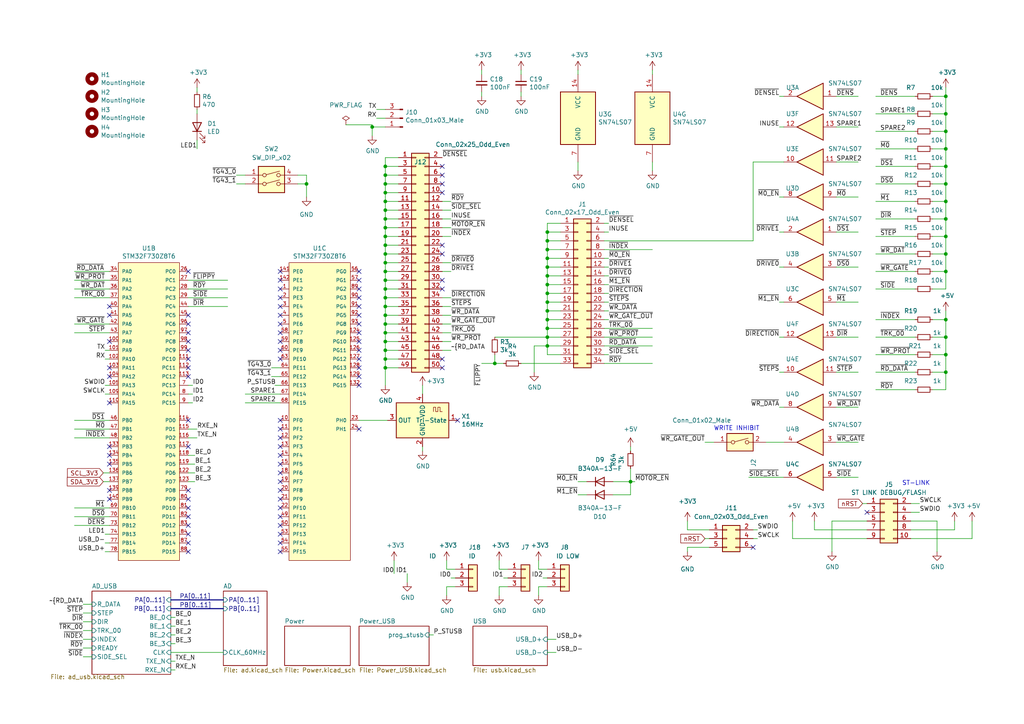
<source format=kicad_sch>
(kicad_sch (version 20211123) (generator eeschema)

  (uuid c1bac86f-cbf6-4c5b-b60d-c26fa73d9c09)

  (paper "A4")

  (title_block
    (title "Greaseweazle F7 Lighting, USB PD")
    (date "2022-09-14")
    (rev "2.00")
    (company "SweProj.com")
  )

  

  (junction (at 158.75 95.25) (diameter 0) (color 0 0 0 0)
    (uuid 01f82238-6335-48fe-8b0a-6853e227345a)
  )
  (junction (at 111.76 68.58) (diameter 0) (color 0 0 0 0)
    (uuid 068d7a7a-0f25-4de5-9cb5-2349a9191b50)
  )
  (junction (at 111.76 104.14) (diameter 0) (color 0 0 0 0)
    (uuid 0d6967d1-12be-4710-aef1-65627c2c9e8a)
  )
  (junction (at 158.75 77.47) (diameter 0) (color 0 0 0 0)
    (uuid 0fc5db66-6188-4c1f-bb14-0868bef113eb)
  )
  (junction (at 158.75 72.39) (diameter 0) (color 0 0 0 0)
    (uuid 10e52e95-44f3-4059-a86d-dcda603e0623)
  )
  (junction (at 111.76 58.42) (diameter 0) (color 0 0 0 0)
    (uuid 1187e9bb-7692-4dd1-9945-e39ef9e5ce5b)
  )
  (junction (at 158.75 92.71) (diameter 0) (color 0 0 0 0)
    (uuid 13bbfffc-affb-4b43-9eb1-f2ed90a8a919)
  )
  (junction (at 111.76 53.34) (diameter 0) (color 0 0 0 0)
    (uuid 14bfaf9f-b822-4cbc-aa30-b927236f307a)
  )
  (junction (at 158.75 90.17) (diameter 0) (color 0 0 0 0)
    (uuid 1ab71a3c-340b-469a-ada5-4f87f0b7b2fa)
  )
  (junction (at 158.75 82.55) (diameter 0) (color 0 0 0 0)
    (uuid 20caf6d2-76a7-497e-ac56-f6d31eb9027b)
  )
  (junction (at 274.32 38.1) (diameter 0) (color 0 0 0 0)
    (uuid 24adc223-60f0-4497-98a3-d664c5a13280)
  )
  (junction (at 158.75 69.85) (diameter 0) (color 0 0 0 0)
    (uuid 252f1275-081d-4d77-8bd5-3b9e6916ef42)
  )
  (junction (at 111.76 86.36) (diameter 0) (color 0 0 0 0)
    (uuid 2c99bd06-59a6-4b07-a512-6528fd43f4dc)
  )
  (junction (at 111.76 83.82) (diameter 0) (color 0 0 0 0)
    (uuid 35b2233e-2f59-44bf-93b3-2716d5b5b514)
  )
  (junction (at 111.76 78.74) (diameter 0) (color 0 0 0 0)
    (uuid 3857167d-f8fc-4da8-b232-a84de78f65eb)
  )
  (junction (at 158.75 74.93) (diameter 0) (color 0 0 0 0)
    (uuid 3c8d03bf-f31d-4aa0-b8db-a227ffd7d8d6)
  )
  (junction (at 274.32 92.71) (diameter 0) (color 0 0 0 0)
    (uuid 44b926bf-8bdd-4191-846d-2dfabab2cecb)
  )
  (junction (at 274.32 68.58) (diameter 0) (color 0 0 0 0)
    (uuid 4bbde53d-6894-4e18-9480-84a6a26d5f6b)
  )
  (junction (at 107.95 36.83) (diameter 0) (color 0 0 0 0)
    (uuid 542d1bcf-de02-4d57-bbbe-dd6f210c8c13)
  )
  (junction (at 88.9 53.34) (diameter 0) (color 0 0 0 0)
    (uuid 56ee0ed0-293b-48bb-9d64-787fea15f4f0)
  )
  (junction (at 111.76 50.8) (diameter 0) (color 0 0 0 0)
    (uuid 5c0b1897-8155-4679-9116-805919f75f96)
  )
  (junction (at 274.32 107.95) (diameter 0) (color 0 0 0 0)
    (uuid 5eb16f0d-ef1e-4549-97a1-19cd06ad7236)
  )
  (junction (at 158.75 85.09) (diameter 0) (color 0 0 0 0)
    (uuid 62a1f3d4-027d-4ecf-a37a-6fcf4263e9d2)
  )
  (junction (at 111.76 106.68) (diameter 0) (color 0 0 0 0)
    (uuid 6621a5a6-aa7a-4de2-9d29-1b200c13ada9)
  )
  (junction (at 111.76 88.9) (diameter 0) (color 0 0 0 0)
    (uuid 71e2c442-6854-420c-af35-dcfcf83456aa)
  )
  (junction (at 274.32 58.42) (diameter 0) (color 0 0 0 0)
    (uuid 749d9ed0-2ff2-4b55-abc5-f7231ec3aa28)
  )
  (junction (at 111.76 76.2) (diameter 0) (color 0 0 0 0)
    (uuid 7e59628a-e341-44cc-bf0f-f1b798a31f1a)
  )
  (junction (at 111.76 101.6) (diameter 0) (color 0 0 0 0)
    (uuid 7f8cd204-ec07-4f76-9072-92e7ccb38dd1)
  )
  (junction (at 111.76 93.98) (diameter 0) (color 0 0 0 0)
    (uuid 86d01cdf-5357-44e1-88d9-97c064cddc9b)
  )
  (junction (at 111.76 71.12) (diameter 0) (color 0 0 0 0)
    (uuid 8dbd51b4-44a2-4ec8-88cf-49079c3aa71e)
  )
  (junction (at 158.75 100.33) (diameter 0) (color 0 0 0 0)
    (uuid 8efee08b-b92e-4ba6-8722-c058e18114fe)
  )
  (junction (at 274.32 73.66) (diameter 0) (color 0 0 0 0)
    (uuid 9112ddd5-10d5-48b8-954f-f1d5adcacbd9)
  )
  (junction (at 274.32 43.18) (diameter 0) (color 0 0 0 0)
    (uuid 929a9b03-e99e-4b88-8e16-759f8c6b59a5)
  )
  (junction (at 111.76 91.44) (diameter 0) (color 0 0 0 0)
    (uuid 93d4a801-226a-48d7-8947-f1bfb7b16554)
  )
  (junction (at 111.76 81.28) (diameter 0) (color 0 0 0 0)
    (uuid 964e4e90-e12f-441c-9d6e-816439c420a1)
  )
  (junction (at 274.32 33.02) (diameter 0) (color 0 0 0 0)
    (uuid 98966de3-2364-43d8-a2e0-b03bb9487b03)
  )
  (junction (at 158.75 67.31) (diameter 0) (color 0 0 0 0)
    (uuid 98fe66f3-ec8b-4515-ae34-617f2124a7ec)
  )
  (junction (at 111.76 60.96) (diameter 0) (color 0 0 0 0)
    (uuid a91cedf1-2089-4c44-9b06-471821937b05)
  )
  (junction (at 274.32 53.34) (diameter 0) (color 0 0 0 0)
    (uuid aadc3df5-0e2d-4f3d-b72e-6f184da74c89)
  )
  (junction (at 111.76 48.26) (diameter 0) (color 0 0 0 0)
    (uuid adc65b09-91c2-4457-8ffe-d57980cf8d73)
  )
  (junction (at 274.32 63.5) (diameter 0) (color 0 0 0 0)
    (uuid af76ce95-feca-41fb-bf31-edaa26d6766a)
  )
  (junction (at 182.88 139.7) (diameter 0) (color 0 0 0 0)
    (uuid afacc12f-b097-4001-b889-9e6781913725)
  )
  (junction (at 143.51 105.41) (diameter 0) (color 0 0 0 0)
    (uuid b854a395-bfc6-4140-9640-75d4f9296771)
  )
  (junction (at 111.76 55.88) (diameter 0) (color 0 0 0 0)
    (uuid c1f5a21c-f5c2-44b0-9b58-90bde58c0d60)
  )
  (junction (at 274.32 102.87) (diameter 0) (color 0 0 0 0)
    (uuid c3a69550-c4fa-45d1-9aba-0bba47699cca)
  )
  (junction (at 274.32 78.74) (diameter 0) (color 0 0 0 0)
    (uuid ca9b74ce-0dee-401c-9544-f599f4cf538d)
  )
  (junction (at 111.76 99.06) (diameter 0) (color 0 0 0 0)
    (uuid cb63a9d8-a84d-43a5-8ff1-d18b1b48c54a)
  )
  (junction (at 274.32 27.94) (diameter 0) (color 0 0 0 0)
    (uuid da546d77-4b03-4562-8fc6-837fd68e7691)
  )
  (junction (at 111.76 96.52) (diameter 0) (color 0 0 0 0)
    (uuid e30dfecd-d78a-4507-91d6-d47619648416)
  )
  (junction (at 158.75 97.79) (diameter 0) (color 0 0 0 0)
    (uuid e6d68f56-4a40-4849-b8d1-13d5ca292900)
  )
  (junction (at 158.75 80.01) (diameter 0) (color 0 0 0 0)
    (uuid f6983918-fe05-46ea-b355-bc522ec53440)
  )
  (junction (at 274.32 97.79) (diameter 0) (color 0 0 0 0)
    (uuid f7070c76-b83b-43a9-a243-491723819616)
  )
  (junction (at 111.76 73.66) (diameter 0) (color 0 0 0 0)
    (uuid f70a4a9d-e097-4502-83aa-1f63e074f06b)
  )
  (junction (at 111.76 66.04) (diameter 0) (color 0 0 0 0)
    (uuid f82dfe8f-ba55-4ab9-a234-6aed39cd6ca4)
  )
  (junction (at 111.76 63.5) (diameter 0) (color 0 0 0 0)
    (uuid f91c051b-372e-45a5-ac05-790df945f858)
  )
  (junction (at 274.32 48.26) (diameter 0) (color 0 0 0 0)
    (uuid fc2e9f96-3bed-4896-b995-f56e799f1c77)
  )
  (junction (at 158.75 87.63) (diameter 0) (color 0 0 0 0)
    (uuid fc4ad874-c922-4070-89f9-7262080469d8)
  )

  (no_connect (at 54.61 99.06) (uuid 00891494-c03f-4b3e-809a-c84eb0c5ff0a))
  (no_connect (at 54.61 104.14) (uuid 024b81ed-7ca3-4557-b9fa-075644de96f7))
  (no_connect (at 31.75 116.84) (uuid 033fb47a-7330-48ce-ac5a-9fe1cb459eaf))
  (no_connect (at 81.28 139.7) (uuid 08714b46-29ca-4521-9566-29e040fc72cc))
  (no_connect (at 104.14 88.9) (uuid 1457e8f3-2460-440d-99d3-5b40eac43589))
  (no_connect (at 31.75 106.68) (uuid 17e5ed96-cc0f-4a4b-a700-6d7ef9acd7bc))
  (no_connect (at 54.61 91.44) (uuid 1e37fe91-3fc4-40b1-91c4-6c4ee1d6e125))
  (no_connect (at 54.61 147.32) (uuid 26eae7d0-939e-4b64-91c1-bf55949d2daf))
  (no_connect (at 81.28 81.28) (uuid 27007603-cd98-41a8-a7be-8db77e3ec570))
  (no_connect (at 218.44 158.75) (uuid 276dd34e-fc62-4ec0-a853-7be08f169b56))
  (no_connect (at 31.75 91.44) (uuid 2d870741-1f5a-4052-a22e-27571d815352))
  (no_connect (at 81.28 86.36) (uuid 2da23a18-3300-4252-b484-249181d69530))
  (no_connect (at 104.14 86.36) (uuid 300c371e-700b-496f-93f0-81a059d70460))
  (no_connect (at 81.28 127) (uuid 351e7c1c-f640-46bf-817e-0e5f388fa690))
  (no_connect (at 81.28 149.86) (uuid 36eb8b48-9fc4-4e61-80e9-937649cf4782))
  (no_connect (at 251.46 148.59) (uuid 37728c8e-efcc-462c-a749-47b6bfcbaf37))
  (no_connect (at 104.14 109.22) (uuid 3f893e9a-6fe6-4a4b-8258-268ba807dd4c))
  (no_connect (at 81.28 91.44) (uuid 4247a140-bbc6-42ed-9f12-5207475a1883))
  (no_connect (at 81.28 152.4) (uuid 42fbbe90-8164-4a79-b8b2-fd21b7d5f65c))
  (no_connect (at 31.75 132.08) (uuid 44f11401-c761-4962-89ab-032461972a58))
  (no_connect (at 31.75 142.24) (uuid 491aead6-9c4e-4fe5-aabe-d851483116da))
  (no_connect (at 81.28 124.46) (uuid 4cd0bd9f-817f-4e73-8746-dcc22ecd24ed))
  (no_connect (at 54.61 106.68) (uuid 54a777cf-b430-40e0-80a8-8b4acb62f375))
  (no_connect (at 81.28 104.14) (uuid 562e6b05-e9e1-41b7-bf27-4b3ad6810233))
  (no_connect (at 54.61 129.54) (uuid 5b9a50c7-ecff-4a29-9d0e-23fb747ba498))
  (no_connect (at 81.28 144.78) (uuid 643273c3-43c9-4ac4-86d8-c6a8eb457c15))
  (no_connect (at 104.14 106.68) (uuid 65914d90-2ecd-4afd-9dbb-4ff27ca3c0fa))
  (no_connect (at 104.14 78.74) (uuid 6ca02c22-abf9-4e6c-b9b7-6c93ab5b146f))
  (no_connect (at 54.61 96.52) (uuid 728bfe2b-ac1b-4f98-b4e8-b8663c1887da))
  (no_connect (at 54.61 93.98) (uuid 732d4189-9cf0-4564-bc31-49f2ca254fbb))
  (no_connect (at 54.61 160.02) (uuid 7bc95512-6329-4c23-b758-73f635511d06))
  (no_connect (at 81.28 96.52) (uuid 7e0a823a-2958-48c8-98d9-efdb7150bb81))
  (no_connect (at 31.75 99.06) (uuid 826fb3e4-1056-4f5f-956f-254f6941d336))
  (no_connect (at 104.14 83.82) (uuid 868a3433-d791-484e-9bb1-d9be133b4a21))
  (no_connect (at 81.28 157.48) (uuid 89315d23-03b7-46b1-81ee-6276bde90a82))
  (no_connect (at 81.28 137.16) (uuid 8a6dc8e4-8ddd-4bf1-b1ca-0495dd8ae127))
  (no_connect (at 54.61 152.4) (uuid 8c3e2ea9-ca92-4843-9074-44c21d854982))
  (no_connect (at 54.61 142.24) (uuid 8f790adc-8b38-4aac-8720-2e2b0dc659aa))
  (no_connect (at 132.715 121.92) (uuid 93af1374-af56-4fc8-af3f-6c16d61a0b21))
  (no_connect (at 81.28 93.98) (uuid 93e32358-1bdd-4e24-8b79-9054a0552b8a))
  (no_connect (at 81.28 134.62) (uuid 94300228-8a6b-43b4-8bd6-fde7b11076c8))
  (no_connect (at 104.14 111.76) (uuid 970b5190-6039-42f3-9c9c-64c50ef33fc2))
  (no_connect (at 81.28 101.6) (uuid 98337e12-9033-49eb-89cd-cc1afedfac6e))
  (no_connect (at 104.14 91.44) (uuid 994ec659-18e4-41e0-b6f4-15a99d6eabe3))
  (no_connect (at 31.75 109.22) (uuid 9bf407cf-f06a-48ac-8bea-4b5cfadd1384))
  (no_connect (at 128.27 53.34) (uuid 9ff8d6a5-7a30-44f2-b99b-6ecde8c232ac))
  (no_connect (at 128.27 55.88) (uuid 9ff8d6a5-7a30-44f2-b99b-6ecde8c232ad))
  (no_connect (at 128.27 71.12) (uuid 9ff8d6a5-7a30-44f2-b99b-6ecde8c232ae))
  (no_connect (at 128.27 48.26) (uuid 9ff8d6a5-7a30-44f2-b99b-6ecde8c232af))
  (no_connect (at 128.27 50.8) (uuid 9ff8d6a5-7a30-44f2-b99b-6ecde8c232b0))
  (no_connect (at 128.27 106.68) (uuid 9ff8d6a5-7a30-44f2-b99b-6ecde8c232b1))
  (no_connect (at 128.27 104.14) (uuid 9ff8d6a5-7a30-44f2-b99b-6ecde8c232b2))
  (no_connect (at 128.27 83.82) (uuid 9ff8d6a5-7a30-44f2-b99b-6ecde8c232b3))
  (no_connect (at 128.27 81.28) (uuid 9ff8d6a5-7a30-44f2-b99b-6ecde8c232b4))
  (no_connect (at 128.27 73.66) (uuid 9ff8d6a5-7a30-44f2-b99b-6ecde8c232b5))
  (no_connect (at 54.61 149.86) (uuid a7128e49-87e5-4854-ba63-ff1d53065189))
  (no_connect (at 81.28 147.32) (uuid ab5a8b90-558e-42dc-9b97-c893fb5a2b10))
  (no_connect (at 54.61 109.22) (uuid abb7db91-c8d0-49b9-ba9c-db0b048a9efe))
  (no_connect (at 54.61 144.78) (uuid ac72df19-9d81-40b9-913f-ca2d4db7827b))
  (no_connect (at 54.61 121.92) (uuid ae3b158c-9426-4780-9122-e8d1603ed7e1))
  (no_connect (at 104.14 99.06) (uuid ae68231e-4175-4e26-98a5-5fcd909d496b))
  (no_connect (at 81.28 132.08) (uuid b0e5a25e-ab68-45e1-b20b-c2a413556c18))
  (no_connect (at 31.75 88.9) (uuid b3f21f3f-128c-4e88-bcd2-38f966b77321))
  (no_connect (at 54.61 154.94) (uuid b5680de7-ae05-4ffb-b73d-7b0f27073ab6))
  (no_connect (at 81.28 160.02) (uuid b8406398-c88b-436a-9dd4-9aaaf6c5a488))
  (no_connect (at 81.28 83.82) (uuid bb55aca0-2551-4f41-b493-535b0a8afccc))
  (no_connect (at 104.14 124.46) (uuid be021e70-1a5b-4fc4-aa0c-41b42db09350))
  (no_connect (at 54.61 157.48) (uuid be98f734-3bc9-4d9c-97e5-20415c91c5d7))
  (no_connect (at 81.28 154.94) (uuid c44eb740-e633-485c-b41b-878872c1f69d))
  (no_connect (at 104.14 81.28) (uuid c75b0135-9e9d-4628-9762-267358c3bb33))
  (no_connect (at 104.14 93.98) (uuid c9f403fb-ed4d-4b33-adac-b0ef7f0d1d69))
  (no_connect (at 104.14 104.14) (uuid cb586b87-68d3-4355-b17f-2e06d5bf0e1d))
  (no_connect (at 31.75 144.78) (uuid cc4a2a56-97a6-492d-bc87-2abcaa1e59f5))
  (no_connect (at 104.14 101.6) (uuid cd1b4d44-9354-45f7-a49e-7e6ba6548bfd))
  (no_connect (at 81.28 142.24) (uuid d006523f-5372-4136-95eb-0454648c416c))
  (no_connect (at 104.14 96.52) (uuid d3741fbd-9f9b-42c7-b81f-2926ebc3b2ca))
  (no_connect (at 54.61 101.6) (uuid d47d1af6-c1eb-43a3-bb4e-f85f5c891f22))
  (no_connect (at 31.75 129.54) (uuid e1a096b2-4e3b-4c20-a010-5831605cd725))
  (no_connect (at 81.28 129.54) (uuid e4dc41c5-7dc7-4686-9bd0-3571dfbbd23a))
  (no_connect (at 81.28 121.92) (uuid ede20bd1-a6ee-466f-a29c-b8d337356dba))
  (no_connect (at 81.28 78.74) (uuid eec7dc80-1e4e-4381-a5d0-5cc426ef5a55))
  (no_connect (at 31.75 134.62) (uuid f370fbc7-327f-4578-a64e-261caa1f96b9))
  (no_connect (at 81.28 99.06) (uuid f3b3c682-3311-4e76-90db-0e5373f40533))
  (no_connect (at 54.61 78.74) (uuid f78abf3d-5695-4b76-b33f-d959d7b688e7))
  (no_connect (at 81.28 88.9) (uuid faa958cd-c104-4993-9160-c571d81aa390))

  (wire (pts (xy 30.48 101.6) (xy 31.75 101.6))
    (stroke (width 0) (type default) (color 0 0 0 0))
    (uuid 000b46d6-b833-4804-8f56-56d539f76d09)
  )
  (wire (pts (xy 111.76 66.04) (xy 111.76 68.58))
    (stroke (width 0) (type default) (color 0 0 0 0))
    (uuid 01dc798b-4c95-4d40-80b7-aa972004ee44)
  )
  (wire (pts (xy 129.54 170.18) (xy 132.08 170.18))
    (stroke (width 0) (type default) (color 0 0 0 0))
    (uuid 03e48a7d-cbfe-454a-bd5a-26805d2a84ce)
  )
  (wire (pts (xy 128.27 78.74) (xy 130.81 78.74))
    (stroke (width 0) (type default) (color 0 0 0 0))
    (uuid 042b8bea-9219-4f6a-89b3-599bbdfa8b93)
  )
  (wire (pts (xy 177.8 143.51) (xy 182.88 143.51))
    (stroke (width 0) (type default) (color 0 0 0 0))
    (uuid 04657fbf-e375-4129-bf29-87f895ae9e9c)
  )
  (wire (pts (xy 111.76 71.12) (xy 115.57 71.12))
    (stroke (width 0) (type default) (color 0 0 0 0))
    (uuid 04d7fd83-a6aa-4987-9e20-3d50c265b831)
  )
  (wire (pts (xy 242.57 128.27) (xy 248.92 128.27))
    (stroke (width 0) (type default) (color 0 0 0 0))
    (uuid 05d3e08e-e1f9-46cf-93d0-836d1306d03a)
  )
  (wire (pts (xy 111.76 48.26) (xy 115.57 48.26))
    (stroke (width 0) (type default) (color 0 0 0 0))
    (uuid 05d6ed65-9b0b-47fc-9d52-3f81dfc32551)
  )
  (wire (pts (xy 128.27 88.9) (xy 130.81 88.9))
    (stroke (width 0) (type default) (color 0 0 0 0))
    (uuid 05e3b151-dc12-4701-912e-3bf8070597d8)
  )
  (wire (pts (xy 175.26 100.33) (xy 189.23 100.33))
    (stroke (width 0) (type default) (color 0 0 0 0))
    (uuid 06665bf8-cef1-4e75-8d5b-1537b3c1b090)
  )
  (wire (pts (xy 274.32 83.82) (xy 274.32 78.74))
    (stroke (width 0) (type default) (color 0 0 0 0))
    (uuid 099473f1-6598-46ff-a50f-4c520832170d)
  )
  (wire (pts (xy 128.27 91.44) (xy 130.81 91.44))
    (stroke (width 0) (type default) (color 0 0 0 0))
    (uuid 0a1f756a-03ad-48d1-a3cc-07b1e91bf6b5)
  )
  (wire (pts (xy 21.59 124.46) (xy 31.75 124.46))
    (stroke (width 0) (type default) (color 0 0 0 0))
    (uuid 0c5dddf1-38df-43d2-b49c-e7b691dab0ab)
  )
  (wire (pts (xy 158.75 67.31) (xy 158.75 69.85))
    (stroke (width 0) (type default) (color 0 0 0 0))
    (uuid 0dfdfa9f-1e3f-4e14-b64b-12bde76a80c7)
  )
  (wire (pts (xy 162.56 100.33) (xy 158.75 100.33))
    (stroke (width 0) (type default) (color 0 0 0 0))
    (uuid 0e249018-17e7-42b3-ae5d-5ebf3ae299ae)
  )
  (wire (pts (xy 29.972 137.16) (xy 31.75 137.16))
    (stroke (width 0) (type default) (color 0 0 0 0))
    (uuid 0e7ad38a-9a9f-4f7f-85da-d397ca1ffbd3)
  )
  (wire (pts (xy 86.36 50.8) (xy 88.9 50.8))
    (stroke (width 0) (type default) (color 0 0 0 0))
    (uuid 0ec8848f-4be5-421c-bcfc-a66d819b129d)
  )
  (wire (pts (xy 111.76 91.44) (xy 115.57 91.44))
    (stroke (width 0) (type default) (color 0 0 0 0))
    (uuid 105d2701-5e63-4eb3-8241-5608caa465c8)
  )
  (wire (pts (xy 86.36 53.34) (xy 88.9 53.34))
    (stroke (width 0) (type default) (color 0 0 0 0))
    (uuid 114a2768-e1fd-4d16-9d75-a2b2dcf3668d)
  )
  (wire (pts (xy 281.94 156.21) (xy 281.94 151.13))
    (stroke (width 0) (type default) (color 0 0 0 0))
    (uuid 11c7c8d4-4c4b-4330-bb59-1eec2e98b255)
  )
  (wire (pts (xy 274.32 43.18) (xy 270.51 43.18))
    (stroke (width 0) (type default) (color 0 0 0 0))
    (uuid 13ac70df-e9b9-44e5-96e6-20f0b0dc6a3a)
  )
  (wire (pts (xy 226.06 67.31) (xy 227.33 67.31))
    (stroke (width 0) (type default) (color 0 0 0 0))
    (uuid 14064e1b-d8db-4b96-9159-f0491d3e5f02)
  )
  (wire (pts (xy 162.56 80.01) (xy 158.75 80.01))
    (stroke (width 0) (type default) (color 0 0 0 0))
    (uuid 142dd724-2a9f-4eea-ab21-209b1bc7ec65)
  )
  (wire (pts (xy 158.75 80.01) (xy 158.75 77.47))
    (stroke (width 0) (type default) (color 0 0 0 0))
    (uuid 15a82541-58d8-45b5-99c5-fb52e017e3ea)
  )
  (wire (pts (xy 274.32 92.71) (xy 274.32 90.17))
    (stroke (width 0) (type default) (color 0 0 0 0))
    (uuid 1732b93f-cd0e-4ca4-a905-bb406354ca33)
  )
  (wire (pts (xy 274.32 107.95) (xy 274.32 102.87))
    (stroke (width 0) (type default) (color 0 0 0 0))
    (uuid 17cf1c88-8d51-4538-aa76-e35ac22d0ed0)
  )
  (wire (pts (xy 218.44 46.99) (xy 227.33 46.99))
    (stroke (width 0) (type default) (color 0 0 0 0))
    (uuid 17ed3508-fa2e-4593-a799-bfd39a6cc14d)
  )
  (wire (pts (xy 49.53 184.15) (xy 50.8 184.15))
    (stroke (width 0) (type default) (color 0 0 0 0))
    (uuid 18372a25-ed01-47c8-be92-161857f6e1d7)
  )
  (wire (pts (xy 31.75 127) (xy 21.59 127))
    (stroke (width 0) (type default) (color 0 0 0 0))
    (uuid 1855ca44-ab48-4b76-a210-97fc81d916c4)
  )
  (wire (pts (xy 270.51 83.82) (xy 274.32 83.82))
    (stroke (width 0) (type default) (color 0 0 0 0))
    (uuid 1876c30c-72b2-4a8d-9f32-bf8b213530b4)
  )
  (wire (pts (xy 24.13 190.5) (xy 26.67 190.5))
    (stroke (width 0) (type default) (color 0 0 0 0))
    (uuid 197737a3-f629-4847-a3bd-29bbed8e8513)
  )
  (wire (pts (xy 71.12 114.3) (xy 81.28 114.3))
    (stroke (width 0) (type default) (color 0 0 0 0))
    (uuid 1bf7d0f9-0dcf-4d7c-b58c-318e3dc42bc9)
  )
  (wire (pts (xy 242.57 97.79) (xy 248.92 97.79))
    (stroke (width 0) (type default) (color 0 0 0 0))
    (uuid 1c052668-6749-425a-9a77-35f046c8aa39)
  )
  (wire (pts (xy 129.54 170.18) (xy 129.54 172.72))
    (stroke (width 0) (type default) (color 0 0 0 0))
    (uuid 1c24771c-19d1-4407-9c2f-255b7ddf0492)
  )
  (wire (pts (xy 30.48 157.48) (xy 31.75 157.48))
    (stroke (width 0) (type default) (color 0 0 0 0))
    (uuid 1de61170-5337-44c5-ba28-bd477db4bff1)
  )
  (wire (pts (xy 49.53 191.77) (xy 50.8 191.77))
    (stroke (width 0) (type default) (color 0 0 0 0))
    (uuid 1e6339d5-f0ee-4a4b-9faf-4b2631e397d5)
  )
  (wire (pts (xy 111.76 101.6) (xy 111.76 104.14))
    (stroke (width 0) (type default) (color 0 0 0 0))
    (uuid 1f261883-4501-4c16-8f24-011b93c7b7c4)
  )
  (wire (pts (xy 111.76 60.96) (xy 111.76 63.5))
    (stroke (width 0) (type default) (color 0 0 0 0))
    (uuid 1f848839-e564-450f-a963-ebf13ca910f5)
  )
  (wire (pts (xy 30.48 111.76) (xy 31.75 111.76))
    (stroke (width 0) (type default) (color 0 0 0 0))
    (uuid 2102c637-9f11-48f1-aae6-b4139dc22be2)
  )
  (wire (pts (xy 54.61 134.62) (xy 56.515 134.62))
    (stroke (width 0) (type default) (color 0 0 0 0))
    (uuid 21768691-1e43-45ea-b868-82651819b936)
  )
  (wire (pts (xy 54.61 132.08) (xy 56.515 132.08))
    (stroke (width 0) (type default) (color 0 0 0 0))
    (uuid 22349afa-99b6-4268-ade5-32f12de232db)
  )
  (wire (pts (xy 144.78 170.18) (xy 147.32 170.18))
    (stroke (width 0) (type default) (color 0 0 0 0))
    (uuid 22b49795-d138-447a-8a67-2f87ad0d4bd4)
  )
  (wire (pts (xy 218.44 156.21) (xy 219.71 156.21))
    (stroke (width 0) (type default) (color 0 0 0 0))
    (uuid 22c1623e-dd8d-428b-b9ae-ebb3a532b396)
  )
  (wire (pts (xy 128.27 99.06) (xy 130.81 99.06))
    (stroke (width 0) (type default) (color 0 0 0 0))
    (uuid 2447f5f1-b3d5-43aa-959f-88436ebed06d)
  )
  (wire (pts (xy 88.9 50.8) (xy 88.9 53.34))
    (stroke (width 0) (type default) (color 0 0 0 0))
    (uuid 2572e34f-bfb2-4fa7-969f-a04e338d6e2f)
  )
  (wire (pts (xy 111.76 106.68) (xy 115.57 106.68))
    (stroke (width 0) (type default) (color 0 0 0 0))
    (uuid 26f6b829-e63c-496a-b791-5dd68c7ead9d)
  )
  (wire (pts (xy 30.48 114.3) (xy 31.75 114.3))
    (stroke (width 0) (type default) (color 0 0 0 0))
    (uuid 272c2a78-b5f5-4b61-aed3-ec69e0e92729)
  )
  (wire (pts (xy 274.32 38.1) (xy 274.32 43.18))
    (stroke (width 0) (type default) (color 0 0 0 0))
    (uuid 278a91dc-d57d-4a5c-a045-34b6bd84131f)
  )
  (wire (pts (xy 274.32 25.4) (xy 274.32 27.94))
    (stroke (width 0) (type default) (color 0 0 0 0))
    (uuid 29126f72-63f7-4275-8b12-6b96a71c6f17)
  )
  (wire (pts (xy 254 53.34) (xy 265.43 53.34))
    (stroke (width 0) (type default) (color 0 0 0 0))
    (uuid 291935ec-f8ff-41f0-8717-e68b8af7b8c1)
  )
  (wire (pts (xy 114.3 162.56) (xy 114.3 166.37))
    (stroke (width 0) (type default) (color 0 0 0 0))
    (uuid 291baaf6-406d-492c-8388-51e68532cfbf)
  )
  (wire (pts (xy 111.76 88.9) (xy 111.76 91.44))
    (stroke (width 0) (type default) (color 0 0 0 0))
    (uuid 2b5319a3-2b4f-4c5e-b61e-a7934593e487)
  )
  (wire (pts (xy 128.27 86.36) (xy 130.81 86.36))
    (stroke (width 0) (type default) (color 0 0 0 0))
    (uuid 2b8c6538-2116-4527-a026-b4925dd2ee57)
  )
  (wire (pts (xy 57.15 31.75) (xy 57.15 33.02))
    (stroke (width 0) (type default) (color 0 0 0 0))
    (uuid 2ba25c40-ea42-478e-9150-1d94fa1c8ae9)
  )
  (wire (pts (xy 274.32 27.94) (xy 274.32 33.02))
    (stroke (width 0) (type default) (color 0 0 0 0))
    (uuid 2ea8fa6f-efc3-40fe-bcf9-05bfa46ead4f)
  )
  (wire (pts (xy 270.51 92.71) (xy 274.32 92.71))
    (stroke (width 0) (type default) (color 0 0 0 0))
    (uuid 2f0570b6-86da-47a8-9e56-ce60c431c534)
  )
  (wire (pts (xy 162.56 87.63) (xy 158.75 87.63))
    (stroke (width 0) (type default) (color 0 0 0 0))
    (uuid 2f291a4b-4ecb-4692-9ad2-324f9784c0d4)
  )
  (wire (pts (xy 264.16 156.21) (xy 281.94 156.21))
    (stroke (width 0) (type default) (color 0 0 0 0))
    (uuid 300aa512-2f66-4c26-a530-50c091b3a099)
  )
  (wire (pts (xy 78.74 106.68) (xy 81.28 106.68))
    (stroke (width 0) (type default) (color 0 0 0 0))
    (uuid 3036ba32-a371-4e05-a934-abb44d31f530)
  )
  (wire (pts (xy 111.76 73.66) (xy 115.57 73.66))
    (stroke (width 0) (type default) (color 0 0 0 0))
    (uuid 3102a495-c747-4ebd-910d-ccca3f28177b)
  )
  (wire (pts (xy 158.75 90.17) (xy 158.75 87.63))
    (stroke (width 0) (type default) (color 0 0 0 0))
    (uuid 319639ae-c2c5-486d-93b1-d03bb1b64252)
  )
  (wire (pts (xy 111.76 86.36) (xy 111.76 88.9))
    (stroke (width 0) (type default) (color 0 0 0 0))
    (uuid 32cfb255-fdbf-4c67-9adf-72dba031ac4d)
  )
  (wire (pts (xy 49.53 181.61) (xy 50.8 181.61))
    (stroke (width 0) (type default) (color 0 0 0 0))
    (uuid 341ec5b3-c64a-4b70-8a9f-cdadc79f8893)
  )
  (wire (pts (xy 254 43.18) (xy 265.43 43.18))
    (stroke (width 0) (type default) (color 0 0 0 0))
    (uuid 35fb7c56-dc85-43f7-b954-81b8040a8500)
  )
  (wire (pts (xy 130.81 167.64) (xy 132.08 167.64))
    (stroke (width 0) (type default) (color 0 0 0 0))
    (uuid 3656bb3f-f8a4-4f3a-8e9a-ec6203c87a56)
  )
  (wire (pts (xy 111.76 101.6) (xy 115.57 101.6))
    (stroke (width 0) (type default) (color 0 0 0 0))
    (uuid 395f28d9-5d9e-4a88-b7ad-8a1df4610090)
  )
  (wire (pts (xy 241.3 151.13) (xy 251.46 151.13))
    (stroke (width 0) (type default) (color 0 0 0 0))
    (uuid 39845449-7a31-4262-86b1-e7af14a6659f)
  )
  (wire (pts (xy 158.75 67.31) (xy 162.56 67.31))
    (stroke (width 0) (type default) (color 0 0 0 0))
    (uuid 3a41dd27-ec14-44d5-b505-aad1d829f79a)
  )
  (wire (pts (xy 162.56 90.17) (xy 158.75 90.17))
    (stroke (width 0) (type default) (color 0 0 0 0))
    (uuid 3a70978e-dcc2-4620-a99c-514362812927)
  )
  (wire (pts (xy 54.61 83.82) (xy 66.04 83.82))
    (stroke (width 0) (type default) (color 0 0 0 0))
    (uuid 3b65c51e-c243-447e-bee9-832d94c1630e)
  )
  (wire (pts (xy 144.78 162.56) (xy 144.78 165.1))
    (stroke (width 0) (type default) (color 0 0 0 0))
    (uuid 3c3e06bd-c8bb-4ec8-84e0-f7f9437909b3)
  )
  (wire (pts (xy 100.33 36.195) (xy 107.95 36.195))
    (stroke (width 0) (type default) (color 0 0 0 0))
    (uuid 3d658213-87c1-4ec1-8d7a-e38d061627b3)
  )
  (wire (pts (xy 162.56 82.55) (xy 158.75 82.55))
    (stroke (width 0) (type default) (color 0 0 0 0))
    (uuid 3d6cdd62-5634-4e30-acf8-1b9c1dbf6653)
  )
  (wire (pts (xy 49.53 179.07) (xy 50.8 179.07))
    (stroke (width 0) (type default) (color 0 0 0 0))
    (uuid 3db24eb3-cf1d-4362-9d9c-83f79ae00e7a)
  )
  (wire (pts (xy 199.39 153.67) (xy 205.74 153.67))
    (stroke (width 0) (type default) (color 0 0 0 0))
    (uuid 3ec95abd-e81e-441d-9d27-b430f8003396)
  )
  (wire (pts (xy 129.54 165.1) (xy 132.08 165.1))
    (stroke (width 0) (type default) (color 0 0 0 0))
    (uuid 3f1ae028-5eb5-4638-9698-eea3446a90d1)
  )
  (wire (pts (xy 111.76 58.42) (xy 115.57 58.42))
    (stroke (width 0) (type default) (color 0 0 0 0))
    (uuid 3f329a8f-e359-4d98-956d-6a077a40e514)
  )
  (wire (pts (xy 175.26 85.09) (xy 176.53 85.09))
    (stroke (width 0) (type default) (color 0 0 0 0))
    (uuid 3f7513cb-6fe5-481f-8bc3-13eed2580912)
  )
  (wire (pts (xy 274.32 113.03) (xy 274.32 107.95))
    (stroke (width 0) (type default) (color 0 0 0 0))
    (uuid 3fa05934-8ad1-40a9-af5c-98ad298eb412)
  )
  (wire (pts (xy 21.59 96.52) (xy 31.75 96.52))
    (stroke (width 0) (type default) (color 0 0 0 0))
    (uuid 4160bbf7-ffff-4c5c-a647-5ee58ddecf06)
  )
  (wire (pts (xy 122.555 111.76) (xy 122.555 114.3))
    (stroke (width 0) (type default) (color 0 0 0 0))
    (uuid 41c18011-40db-4384-9ba4-c0158d0d9d6a)
  )
  (wire (pts (xy 158.75 185.42) (xy 161.29 185.42))
    (stroke (width 0) (type default) (color 0 0 0 0))
    (uuid 42b61d5b-39d6-462b-b2cc-57656078085f)
  )
  (wire (pts (xy 111.76 34.29) (xy 109.22 34.29))
    (stroke (width 0) (type default) (color 0 0 0 0))
    (uuid 42bd0f96-a831-406e-abb7-03ed1bbd785f)
  )
  (wire (pts (xy 88.9 53.34) (xy 88.9 57.15))
    (stroke (width 0) (type default) (color 0 0 0 0))
    (uuid 460a89a1-c9e5-44e6-806f-b581d43ece37)
  )
  (wire (pts (xy 274.32 33.02) (xy 274.32 38.1))
    (stroke (width 0) (type default) (color 0 0 0 0))
    (uuid 4641c87c-bffa-41fe-ae77-be3a97a6f797)
  )
  (wire (pts (xy 264.16 153.67) (xy 276.86 153.67))
    (stroke (width 0) (type default) (color 0 0 0 0))
    (uuid 46491a9d-8b3d-4c74-b09a-70c876f162e5)
  )
  (wire (pts (xy 156.21 165.1) (xy 158.75 165.1))
    (stroke (width 0) (type default) (color 0 0 0 0))
    (uuid 4888c330-f8fa-492d-aa6f-da06d2350187)
  )
  (wire (pts (xy 156.21 162.56) (xy 156.21 165.1))
    (stroke (width 0) (type default) (color 0 0 0 0))
    (uuid 48c34b19-0b1a-4994-ab08-825d4c2b7c6b)
  )
  (wire (pts (xy 111.76 73.66) (xy 111.76 76.2))
    (stroke (width 0) (type default) (color 0 0 0 0))
    (uuid 4905470f-e5d5-44e9-bdea-3395fa3a3921)
  )
  (wire (pts (xy 254 107.95) (xy 265.43 107.95))
    (stroke (width 0) (type default) (color 0 0 0 0))
    (uuid 49488c82-6277-4d05-a051-6a9df142c373)
  )
  (wire (pts (xy 254 58.42) (xy 265.43 58.42))
    (stroke (width 0) (type default) (color 0 0 0 0))
    (uuid 49a65079-57a9-46fc-8711-1d7f2cab8dbf)
  )
  (wire (pts (xy 30.48 160.02) (xy 31.75 160.02))
    (stroke (width 0) (type default) (color 0 0 0 0))
    (uuid 49b5f540-e128-4e08-bb09-f321f8e64056)
  )
  (wire (pts (xy 274.32 38.1) (xy 270.51 38.1))
    (stroke (width 0) (type default) (color 0 0 0 0))
    (uuid 4cc0e615-05a0-4f42-a208-4011ba8ef841)
  )
  (wire (pts (xy 111.76 55.88) (xy 111.76 58.42))
    (stroke (width 0) (type default) (color 0 0 0 0))
    (uuid 4cdd7089-c144-4631-a49d-c738e3706227)
  )
  (wire (pts (xy 274.32 58.42) (xy 274.32 53.34))
    (stroke (width 0) (type default) (color 0 0 0 0))
    (uuid 4cfd9a02-97ef-4af4-a6b8-db9be1a8fda5)
  )
  (wire (pts (xy 175.26 90.17) (xy 176.53 90.17))
    (stroke (width 0) (type default) (color 0 0 0 0))
    (uuid 4e563ce6-c7b9-4224-ace7-42cd7b117034)
  )
  (wire (pts (xy 254 38.1) (xy 265.43 38.1))
    (stroke (width 0) (type default) (color 0 0 0 0))
    (uuid 4e677390-a246-4ca0-954c-746e0870f88f)
  )
  (wire (pts (xy 182.88 129.54) (xy 182.88 130.81))
    (stroke (width 0) (type default) (color 0 0 0 0))
    (uuid 4fa74df1-ebd8-46ed-bf5b-d6c582baafde)
  )
  (wire (pts (xy 154.94 100.33) (xy 154.94 107.95))
    (stroke (width 0) (type default) (color 0 0 0 0))
    (uuid 52a8f1be-73ca-41a8-bc24-2320706b0ec1)
  )
  (wire (pts (xy 139.7 26.67) (xy 139.7 27.94))
    (stroke (width 0) (type default) (color 0 0 0 0))
    (uuid 53719fc4-141e-4c58-98cd-ab3bf9a4e1c0)
  )
  (wire (pts (xy 270.51 68.58) (xy 274.32 68.58))
    (stroke (width 0) (type default) (color 0 0 0 0))
    (uuid 54ed3ee1-891b-418e-ab9c-6a18747d7388)
  )
  (wire (pts (xy 31.75 152.4) (xy 21.59 152.4))
    (stroke (width 0) (type default) (color 0 0 0 0))
    (uuid 5576cd03-3bad-40c5-9316-1d286895d52a)
  )
  (wire (pts (xy 144.78 165.1) (xy 147.32 165.1))
    (stroke (width 0) (type default) (color 0 0 0 0))
    (uuid 559e1426-1fb6-47d1-a873-ab4aaa368ae6)
  )
  (wire (pts (xy 111.76 31.75) (xy 109.22 31.75))
    (stroke (width 0) (type default) (color 0 0 0 0))
    (uuid 57543893-39bf-4d83-b4e0-8d020b4a6d48)
  )
  (wire (pts (xy 274.32 97.79) (xy 274.32 92.71))
    (stroke (width 0) (type default) (color 0 0 0 0))
    (uuid 58126faf-01a4-4f91-8e8c-ca9e47b48048)
  )
  (wire (pts (xy 254 83.82) (xy 265.43 83.82))
    (stroke (width 0) (type default) (color 0 0 0 0))
    (uuid 58cc7831-f944-4d33-8c61-2fd5bebc61e0)
  )
  (wire (pts (xy 111.76 99.06) (xy 111.76 101.6))
    (stroke (width 0) (type default) (color 0 0 0 0))
    (uuid 5a498b94-152d-4c3c-b168-67379cce2165)
  )
  (wire (pts (xy 167.64 20.32) (xy 167.64 21.59))
    (stroke (width 0) (type default) (color 0 0 0 0))
    (uuid 5b70b09b-6762-4725-9d48-805300c0bdc8)
  )
  (wire (pts (xy 21.59 93.98) (xy 31.75 93.98))
    (stroke (width 0) (type default) (color 0 0 0 0))
    (uuid 5bab6a37-1fdf-4cf8-b571-44c962ed86e9)
  )
  (wire (pts (xy 175.26 80.01) (xy 176.53 80.01))
    (stroke (width 0) (type default) (color 0 0 0 0))
    (uuid 5c72c984-d4a8-4f48-9a7a-2aa9b6284609)
  )
  (wire (pts (xy 177.8 139.7) (xy 182.88 139.7))
    (stroke (width 0) (type default) (color 0 0 0 0))
    (uuid 5e34b255-874b-4b5f-a1f3-79e323d9278a)
  )
  (wire (pts (xy 111.76 76.2) (xy 111.76 78.74))
    (stroke (width 0) (type default) (color 0 0 0 0))
    (uuid 5f2e9c21-b36e-4432-b901-39c98c054570)
  )
  (wire (pts (xy 128.27 101.6) (xy 130.81 101.6))
    (stroke (width 0) (type default) (color 0 0 0 0))
    (uuid 5fe9a8c1-579e-4b33-a28f-2287de31bc8f)
  )
  (wire (pts (xy 204.47 128.27) (xy 207.01 128.27))
    (stroke (width 0) (type default) (color 0 0 0 0))
    (uuid 60a6b889-b680-4b8b-8f73-0633fe94c5ba)
  )
  (wire (pts (xy 111.76 86.36) (xy 115.57 86.36))
    (stroke (width 0) (type default) (color 0 0 0 0))
    (uuid 6123de74-e7fc-4738-8ff4-abd5233ea3f0)
  )
  (wire (pts (xy 175.26 82.55) (xy 176.53 82.55))
    (stroke (width 0) (type default) (color 0 0 0 0))
    (uuid 61447001-96f3-4ac4-a932-91f733b21544)
  )
  (wire (pts (xy 21.59 83.82) (xy 31.75 83.82))
    (stroke (width 0) (type default) (color 0 0 0 0))
    (uuid 6150c02b-beb5-4af1-951e-3666a285a6ea)
  )
  (wire (pts (xy 175.26 102.87) (xy 176.53 102.87))
    (stroke (width 0) (type default) (color 0 0 0 0))
    (uuid 620d0d18-5248-4410-bb06-dea084235707)
  )
  (wire (pts (xy 158.75 72.39) (xy 162.56 72.39))
    (stroke (width 0) (type default) (color 0 0 0 0))
    (uuid 62e8c4d4-266c-4e53-8981-1028251d724c)
  )
  (wire (pts (xy 274.32 48.26) (xy 270.51 48.26))
    (stroke (width 0) (type default) (color 0 0 0 0))
    (uuid 631c7be5-8dc2-4df4-ab73-737bb928e763)
  )
  (wire (pts (xy 143.51 102.87) (xy 143.51 105.41))
    (stroke (width 0) (type default) (color 0 0 0 0))
    (uuid 633292d3-80c5-4986-be82-ce926e9f09f4)
  )
  (wire (pts (xy 158.75 100.33) (xy 158.75 97.79))
    (stroke (width 0) (type default) (color 0 0 0 0))
    (uuid 63489ebf-0f52-43a6-a0ab-158b1a7d4988)
  )
  (wire (pts (xy 254 27.94) (xy 265.43 27.94))
    (stroke (width 0) (type default) (color 0 0 0 0))
    (uuid 637e9edf-ffed-49a2-8408-fa110c9a4c79)
  )
  (wire (pts (xy 226.06 77.47) (xy 227.33 77.47))
    (stroke (width 0) (type default) (color 0 0 0 0))
    (uuid 643a0e14-1c81-4883-9037-039c243acc5c)
  )
  (wire (pts (xy 111.76 50.8) (xy 115.57 50.8))
    (stroke (width 0) (type default) (color 0 0 0 0))
    (uuid 649fe687-776d-40a8-8956-cf56be8678e1)
  )
  (wire (pts (xy 236.22 153.67) (xy 251.46 153.67))
    (stroke (width 0) (type default) (color 0 0 0 0))
    (uuid 64d1d0fe-4fd6-4a55-8314-56a651e1ccab)
  )
  (wire (pts (xy 175.26 74.93) (xy 176.53 74.93))
    (stroke (width 0) (type default) (color 0 0 0 0))
    (uuid 663516d2-919a-4a92-bdfb-fab0b7a33e92)
  )
  (wire (pts (xy 175.26 97.79) (xy 189.23 97.79))
    (stroke (width 0) (type default) (color 0 0 0 0))
    (uuid 66ca01b3-51ff-4294-9b77-4492e98f6aec)
  )
  (wire (pts (xy 128.27 66.04) (xy 130.81 66.04))
    (stroke (width 0) (type default) (color 0 0 0 0))
    (uuid 6807b074-032b-4c51-b22d-e941de673402)
  )
  (wire (pts (xy 24.13 175.26) (xy 26.67 175.26))
    (stroke (width 0) (type default) (color 0 0 0 0))
    (uuid 68191023-0d18-4f99-a293-00db5ad9e7a0)
  )
  (wire (pts (xy 111.76 91.44) (xy 111.76 93.98))
    (stroke (width 0) (type default) (color 0 0 0 0))
    (uuid 6823c850-9a49-4624-92ab-0fa22f6fef1e)
  )
  (wire (pts (xy 128.27 58.42) (xy 130.81 58.42))
    (stroke (width 0) (type default) (color 0 0 0 0))
    (uuid 692165ae-3334-4d40-a34f-38277ee462be)
  )
  (wire (pts (xy 54.61 124.46) (xy 57.15 124.46))
    (stroke (width 0) (type default) (color 0 0 0 0))
    (uuid 6a70becb-201a-40d0-89c1-812e1e681e52)
  )
  (wire (pts (xy 254 68.58) (xy 265.43 68.58))
    (stroke (width 0) (type default) (color 0 0 0 0))
    (uuid 6ae963fb-e34f-4e11-9adf-78839a5b2ef1)
  )
  (wire (pts (xy 158.75 72.39) (xy 158.75 74.93))
    (stroke (width 0) (type default) (color 0 0 0 0))
    (uuid 6b91a3ee-fdcd-4bfe-ad57-c8d5ea9903a8)
  )
  (wire (pts (xy 242.57 118.11) (xy 248.92 118.11))
    (stroke (width 0) (type default) (color 0 0 0 0))
    (uuid 6bd46644-7209-4d4d-acd8-f4c0d045bc61)
  )
  (wire (pts (xy 274.32 43.18) (xy 274.32 48.26))
    (stroke (width 0) (type default) (color 0 0 0 0))
    (uuid 6d2a06fb-0b1e-452a-ab38-11a5f45e1b32)
  )
  (wire (pts (xy 49.53 194.31) (xy 50.8 194.31))
    (stroke (width 0) (type default) (color 0 0 0 0))
    (uuid 6e6b92ab-7f1b-4573-8552-037452a50e96)
  )
  (wire (pts (xy 156.21 170.18) (xy 158.75 170.18))
    (stroke (width 0) (type default) (color 0 0 0 0))
    (uuid 6f5a9f10-1b2c-4916-b4e5-cb5bd0f851a0)
  )
  (wire (pts (xy 175.26 105.41) (xy 189.23 105.41))
    (stroke (width 0) (type default) (color 0 0 0 0))
    (uuid 6ff9bb63-d6fd-4e32-bb60-7ac65509c2e9)
  )
  (wire (pts (xy 31.75 78.74) (xy 21.59 78.74))
    (stroke (width 0) (type default) (color 0 0 0 0))
    (uuid 706c1cb9-5d96-4282-9efc-6147f0125147)
  )
  (wire (pts (xy 226.06 57.15) (xy 227.33 57.15))
    (stroke (width 0) (type default) (color 0 0 0 0))
    (uuid 709b97c7-c0c7-478c-bd89-4135c69c0161)
  )
  (wire (pts (xy 24.13 187.96) (xy 26.67 187.96))
    (stroke (width 0) (type default) (color 0 0 0 0))
    (uuid 70a2e356-245d-4d32-a1fc-9371f952d347)
  )
  (wire (pts (xy 236.22 151.13) (xy 236.22 153.67))
    (stroke (width 0) (type default) (color 0 0 0 0))
    (uuid 70cda344-73be-4466-a097-1fd56f3b19e2)
  )
  (wire (pts (xy 128.27 60.96) (xy 130.81 60.96))
    (stroke (width 0) (type default) (color 0 0 0 0))
    (uuid 71deed4a-3525-41c7-864c-419bd64a18d8)
  )
  (wire (pts (xy 217.17 138.43) (xy 227.33 138.43))
    (stroke (width 0) (type default) (color 0 0 0 0))
    (uuid 71ee0878-3a21-46c5-9585-084073e61e46)
  )
  (wire (pts (xy 162.56 97.79) (xy 158.75 97.79))
    (stroke (width 0) (type default) (color 0 0 0 0))
    (uuid 71f8d568-0f23-4ff2-8e60-1600ce517a48)
  )
  (wire (pts (xy 54.61 88.9) (xy 66.04 88.9))
    (stroke (width 0) (type default) (color 0 0 0 0))
    (uuid 722636b6-8ff0-452f-9357-23deb317d921)
  )
  (wire (pts (xy 54.61 111.76) (xy 55.88 111.76))
    (stroke (width 0) (type default) (color 0 0 0 0))
    (uuid 7273dd21-e834-41d3-b279-d7de727709ca)
  )
  (wire (pts (xy 111.76 78.74) (xy 111.76 81.28))
    (stroke (width 0) (type default) (color 0 0 0 0))
    (uuid 732adcdb-5400-4b48-b390-9c07efe3787d)
  )
  (wire (pts (xy 111.76 68.58) (xy 111.76 71.12))
    (stroke (width 0) (type default) (color 0 0 0 0))
    (uuid 73c09a8e-334a-415d-8fcf-2f80e5530386)
  )
  (wire (pts (xy 254 48.26) (xy 265.43 48.26))
    (stroke (width 0) (type default) (color 0 0 0 0))
    (uuid 73ee7e03-97a8-4121-b568-c25f3934a935)
  )
  (wire (pts (xy 162.56 77.47) (xy 158.75 77.47))
    (stroke (width 0) (type default) (color 0 0 0 0))
    (uuid 74f5ec08-7600-4a0b-a9e4-aae29f9ea08a)
  )
  (wire (pts (xy 270.51 58.42) (xy 274.32 58.42))
    (stroke (width 0) (type default) (color 0 0 0 0))
    (uuid 751d823e-1d7b-4501-9658-d06d459b0e16)
  )
  (wire (pts (xy 111.76 58.42) (xy 111.76 60.96))
    (stroke (width 0) (type default) (color 0 0 0 0))
    (uuid 7555990b-6425-4e86-89df-79d641461153)
  )
  (wire (pts (xy 158.75 85.09) (xy 158.75 82.55))
    (stroke (width 0) (type default) (color 0 0 0 0))
    (uuid 759788bd-3cb9-4d38-b58c-5cb10b7dca6b)
  )
  (wire (pts (xy 143.51 97.79) (xy 158.75 97.79))
    (stroke (width 0) (type default) (color 0 0 0 0))
    (uuid 7744b6ee-910d-401d-b730-65c35d3d8092)
  )
  (wire (pts (xy 111.76 45.72) (xy 111.76 48.26))
    (stroke (width 0) (type default) (color 0 0 0 0))
    (uuid 79418ab7-d09c-4c13-9426-59e88a9a6e18)
  )
  (wire (pts (xy 111.76 68.58) (xy 115.57 68.58))
    (stroke (width 0) (type default) (color 0 0 0 0))
    (uuid 7ad6872e-544b-496c-b63f-ef820d73efe1)
  )
  (wire (pts (xy 78.74 109.22) (xy 81.28 109.22))
    (stroke (width 0) (type default) (color 0 0 0 0))
    (uuid 7b70c41a-7204-4f10-80ea-4ef9a4ee9e3f)
  )
  (wire (pts (xy 158.75 97.79) (xy 158.75 95.25))
    (stroke (width 0) (type default) (color 0 0 0 0))
    (uuid 7c00778a-4692-4f9b-87d5-2d355077ce1e)
  )
  (wire (pts (xy 107.95 36.195) (xy 107.95 36.83))
    (stroke (width 0) (type default) (color 0 0 0 0))
    (uuid 7d856ed4-2211-4e0b-8f57-f63e4ba404e4)
  )
  (wire (pts (xy 158.75 102.87) (xy 158.75 100.33))
    (stroke (width 0) (type default) (color 0 0 0 0))
    (uuid 7db990e4-92e1-4f99-b4d2-435bbec1ba83)
  )
  (wire (pts (xy 128.27 76.2) (xy 130.81 76.2))
    (stroke (width 0) (type default) (color 0 0 0 0))
    (uuid 7e4acdae-bb82-4c28-bdbc-521d32bd98f8)
  )
  (wire (pts (xy 79.756 111.76) (xy 81.28 111.76))
    (stroke (width 0) (type default) (color 0 0 0 0))
    (uuid 7f896033-7144-41bd-b21d-db4128e258fd)
  )
  (wire (pts (xy 118.11 166.37) (xy 118.11 168.91))
    (stroke (width 0) (type default) (color 0 0 0 0))
    (uuid 80a0ec3e-8559-4e62-8a7d-014f201a8630)
  )
  (wire (pts (xy 264.16 148.59) (xy 266.7 148.59))
    (stroke (width 0) (type default) (color 0 0 0 0))
    (uuid 80f8c1b4-10dd-40fe-b7f7-67988bc3ad81)
  )
  (wire (pts (xy 111.76 66.04) (xy 115.57 66.04))
    (stroke (width 0) (type default) (color 0 0 0 0))
    (uuid 81942b2b-e9f9-4911-a8e1-de17115edd34)
  )
  (wire (pts (xy 226.06 36.83) (xy 227.33 36.83))
    (stroke (width 0) (type default) (color 0 0 0 0))
    (uuid 830f705c-6254-4bfd-97c9-b4a49db1c87a)
  )
  (wire (pts (xy 111.76 60.96) (xy 115.57 60.96))
    (stroke (width 0) (type default) (color 0 0 0 0))
    (uuid 83a028cb-daf6-43c6-bb0d-a9bb6cd2a863)
  )
  (wire (pts (xy 189.23 20.32) (xy 189.23 21.59))
    (stroke (width 0) (type default) (color 0 0 0 0))
    (uuid 843b53af-dd34-4db8-aa6b-5035b25affc7)
  )
  (wire (pts (xy 182.88 143.51) (xy 182.88 139.7))
    (stroke (width 0) (type default) (color 0 0 0 0))
    (uuid 84544935-1faf-4126-88f6-e96cd0681253)
  )
  (wire (pts (xy 175.26 92.71) (xy 176.53 92.71))
    (stroke (width 0) (type default) (color 0 0 0 0))
    (uuid 84573600-cda0-4425-92c4-d7541d59592f)
  )
  (wire (pts (xy 111.76 81.28) (xy 115.57 81.28))
    (stroke (width 0) (type default) (color 0 0 0 0))
    (uuid 84eb08f1-0a1f-4d6f-8c5c-d15a819ccdd5)
  )
  (wire (pts (xy 218.44 153.67) (xy 219.71 153.67))
    (stroke (width 0) (type default) (color 0 0 0 0))
    (uuid 85ccc615-869a-4036-82a2-a7ac8bd5531a)
  )
  (wire (pts (xy 49.53 186.69) (xy 50.8 186.69))
    (stroke (width 0) (type default) (color 0 0 0 0))
    (uuid 86bc49f4-68c7-472b-a547-30f1290af584)
  )
  (wire (pts (xy 139.7 20.32) (xy 139.7 21.59))
    (stroke (width 0) (type default) (color 0 0 0 0))
    (uuid 8765371a-21c2-4fe3-a3af-88f5eb1f02a0)
  )
  (wire (pts (xy 254 63.5) (xy 265.43 63.5))
    (stroke (width 0) (type default) (color 0 0 0 0))
    (uuid 87ba184f-bff5-4989-8217-6af375cc3dd8)
  )
  (wire (pts (xy 111.76 99.06) (xy 115.57 99.06))
    (stroke (width 0) (type default) (color 0 0 0 0))
    (uuid 87d21a28-f5ce-4361-b5cf-47858dfef8d8)
  )
  (wire (pts (xy 264.16 146.05) (xy 266.7 146.05))
    (stroke (width 0) (type default) (color 0 0 0 0))
    (uuid 883105b0-f6a6-466b-ba58-a2fcc1f18e4b)
  )
  (wire (pts (xy 54.61 86.36) (xy 66.04 86.36))
    (stroke (width 0) (type default) (color 0 0 0 0))
    (uuid 88deea08-baa5-4041-beb7-01c299cf00e6)
  )
  (wire (pts (xy 146.05 167.64) (xy 147.32 167.64))
    (stroke (width 0) (type default) (color 0 0 0 0))
    (uuid 8a31a6e8-de50-46d8-9f88-57e4d3d98a89)
  )
  (bus (pts (xy 49.53 173.99) (xy 64.77 173.99))
    (stroke (width 0) (type default) (color 0 0 0 0))
    (uuid 8a5d3cc0-5e58-4772-b8ed-616d461ac222)
  )

  (wire (pts (xy 104.14 121.92) (xy 112.395 121.92))
    (stroke (width 0) (type default) (color 0 0 0 0))
    (uuid 8a8ab9d8-b8d7-4bb4-a217-42d273c00eb7)
  )
  (wire (pts (xy 274.32 63.5) (xy 274.32 58.42))
    (stroke (width 0) (type default) (color 0 0 0 0))
    (uuid 8a8c373f-9bc3-4cf7-8f41-4802da916698)
  )
  (wire (pts (xy 107.95 39.37) (xy 107.95 36.83))
    (stroke (width 0) (type default) (color 0 0 0 0))
    (uuid 8cb5a828-8cef-4784-b78d-175b49646952)
  )
  (wire (pts (xy 115.57 45.72) (xy 111.76 45.72))
    (stroke (width 0) (type default) (color 0 0 0 0))
    (uuid 8eaf6a06-4675-4396-80ad-3f0aec3cf44d)
  )
  (wire (pts (xy 111.76 93.98) (xy 111.76 96.52))
    (stroke (width 0) (type default) (color 0 0 0 0))
    (uuid 8f73769d-d6ee-4481-af51-f24a2b202099)
  )
  (wire (pts (xy 157.48 167.64) (xy 158.75 167.64))
    (stroke (width 0) (type default) (color 0 0 0 0))
    (uuid 8ff8ff6e-d217-46cc-b48c-9a03cdac2032)
  )
  (wire (pts (xy 24.13 182.88) (xy 26.67 182.88))
    (stroke (width 0) (type default) (color 0 0 0 0))
    (uuid 90358cb2-bdb6-48de-8f7b-fde76fb4cd36)
  )
  (wire (pts (xy 111.76 50.8) (xy 111.76 53.34))
    (stroke (width 0) (type default) (color 0 0 0 0))
    (uuid 911422e1-2c1b-4b48-98bf-1cfa390d5967)
  )
  (wire (pts (xy 111.76 83.82) (xy 111.76 86.36))
    (stroke (width 0) (type default) (color 0 0 0 0))
    (uuid 915cd6f0-d23f-4be4-a6bd-9624a37012b0)
  )
  (wire (pts (xy 71.12 116.84) (xy 81.28 116.84))
    (stroke (width 0) (type default) (color 0 0 0 0))
    (uuid 9208ea78-8dde-4b3d-91e9-5755ab5efd9a)
  )
  (wire (pts (xy 270.51 63.5) (xy 274.32 63.5))
    (stroke (width 0) (type default) (color 0 0 0 0))
    (uuid 92761c09-a591-4c8e-af4d-e0e2262cb01d)
  )
  (wire (pts (xy 31.75 86.36) (xy 21.59 86.36))
    (stroke (width 0) (type default) (color 0 0 0 0))
    (uuid 93ac15d8-5f91-4361-acff-be4992b93b51)
  )
  (wire (pts (xy 222.25 128.27) (xy 227.33 128.27))
    (stroke (width 0) (type default) (color 0 0 0 0))
    (uuid 93fce3d9-6366-4fd6-9cb4-5dea61c5fc4f)
  )
  (wire (pts (xy 24.13 177.8) (xy 26.67 177.8))
    (stroke (width 0) (type default) (color 0 0 0 0))
    (uuid 94dbbf07-776e-489c-bf10-aad9fddb4b70)
  )
  (wire (pts (xy 175.26 67.31) (xy 176.53 67.31))
    (stroke (width 0) (type default) (color 0 0 0 0))
    (uuid 9628da2d-251a-42dd-b606-c284cad02d89)
  )
  (wire (pts (xy 21.59 149.86) (xy 31.75 149.86))
    (stroke (width 0) (type default) (color 0 0 0 0))
    (uuid 966ee9ec-860e-45bb-af89-30bda72b2032)
  )
  (wire (pts (xy 54.61 81.28) (xy 66.04 81.28))
    (stroke (width 0) (type default) (color 0 0 0 0))
    (uuid 968a6172-7a4e-40ab-a78a-e4d03671e136)
  )
  (wire (pts (xy 111.76 53.34) (xy 115.57 53.34))
    (stroke (width 0) (type default) (color 0 0 0 0))
    (uuid 96aa2b8a-4424-4fb9-8558-aee17effda2c)
  )
  (bus (pts (xy 49.53 176.53) (xy 64.77 176.53))
    (stroke (width 0) (type default) (color 0 0 0 0))
    (uuid 9710ec47-7e55-45b4-abed-e335e0b81e28)
  )

  (wire (pts (xy 158.75 95.25) (xy 158.75 92.71))
    (stroke (width 0) (type default) (color 0 0 0 0))
    (uuid 97581b9a-3f6b-4e88-8768-6fdb60e6aca6)
  )
  (wire (pts (xy 128.27 96.52) (xy 130.81 96.52))
    (stroke (width 0) (type default) (color 0 0 0 0))
    (uuid 98840b25-f2e8-4b5f-abb6-8c14da6c0152)
  )
  (wire (pts (xy 226.06 97.79) (xy 227.33 97.79))
    (stroke (width 0) (type default) (color 0 0 0 0))
    (uuid 9a7dc00e-0d3f-4329-ac3d-e2f4d39382c9)
  )
  (wire (pts (xy 107.95 36.83) (xy 111.76 36.83))
    (stroke (width 0) (type default) (color 0 0 0 0))
    (uuid 9bb406d9-c650-4e67-9a26-3195d4de542e)
  )
  (wire (pts (xy 111.76 55.88) (xy 115.57 55.88))
    (stroke (width 0) (type default) (color 0 0 0 0))
    (uuid 9bd4c0f8-c3c0-4d90-8fbb-f0f029ee301b)
  )
  (wire (pts (xy 21.59 81.28) (xy 31.75 81.28))
    (stroke (width 0) (type default) (color 0 0 0 0))
    (uuid 9c2999b2-1cf1-4204-9d23-243401b77aa3)
  )
  (wire (pts (xy 274.32 27.94) (xy 270.51 27.94))
    (stroke (width 0) (type default) (color 0 0 0 0))
    (uuid 9da1ace0-4181-4f12-80f8-16786a9e5c07)
  )
  (wire (pts (xy 242.57 87.63) (xy 248.92 87.63))
    (stroke (width 0) (type default) (color 0 0 0 0))
    (uuid 9db16341-dac0-4aab-9c62-7d88c111c1ce)
  )
  (wire (pts (xy 270.51 97.79) (xy 274.32 97.79))
    (stroke (width 0) (type default) (color 0 0 0 0))
    (uuid 9e136ac4-5d28-4814-9ebf-c30c372bc2ec)
  )
  (wire (pts (xy 254 92.71) (xy 265.43 92.71))
    (stroke (width 0) (type default) (color 0 0 0 0))
    (uuid 9e2492fd-e074-42db-8129-fe39460dc1e0)
  )
  (wire (pts (xy 29.972 139.7) (xy 31.75 139.7))
    (stroke (width 0) (type default) (color 0 0 0 0))
    (uuid a1a5f77e-d865-42f1-9d75-c27e95794088)
  )
  (wire (pts (xy 175.26 72.39) (xy 189.23 72.39))
    (stroke (width 0) (type default) (color 0 0 0 0))
    (uuid a239fd1d-dfbb-49fd-b565-8c3de9dcf42b)
  )
  (wire (pts (xy 162.56 92.71) (xy 158.75 92.71))
    (stroke (width 0) (type default) (color 0 0 0 0))
    (uuid a5c8e189-1ddc-4a66-984b-e0fd1529d346)
  )
  (wire (pts (xy 111.76 48.26) (xy 111.76 50.8))
    (stroke (width 0) (type default) (color 0 0 0 0))
    (uuid a7688449-9952-4584-8101-9ab6d851dcd2)
  )
  (wire (pts (xy 226.06 87.63) (xy 227.33 87.63))
    (stroke (width 0) (type default) (color 0 0 0 0))
    (uuid a81c142a-a1f2-4334-bd16-60dba1bd4309)
  )
  (wire (pts (xy 124.46 184.15) (xy 125.73 184.15))
    (stroke (width 0) (type default) (color 0 0 0 0))
    (uuid a8f1baa1-2b08-47ad-bea9-d3b3dfc53b4f)
  )
  (wire (pts (xy 175.26 64.77) (xy 176.53 64.77))
    (stroke (width 0) (type default) (color 0 0 0 0))
    (uuid a9c5e8cb-7e6c-477b-a602-f739a18c5503)
  )
  (wire (pts (xy 128.27 68.58) (xy 130.81 68.58))
    (stroke (width 0) (type default) (color 0 0 0 0))
    (uuid a9c73773-0e9e-46cb-a0a7-3f1b8d377e9e)
  )
  (wire (pts (xy 242.57 46.99) (xy 248.92 46.99))
    (stroke (width 0) (type default) (color 0 0 0 0))
    (uuid aa047297-22f8-4de0-a969-0b3451b8e164)
  )
  (wire (pts (xy 144.78 170.18) (xy 144.78 172.72))
    (stroke (width 0) (type default) (color 0 0 0 0))
    (uuid aa48ec10-373c-4362-ad1d-b391c597316c)
  )
  (wire (pts (xy 242.57 67.31) (xy 248.92 67.31))
    (stroke (width 0) (type default) (color 0 0 0 0))
    (uuid ab8b0540-9c9f-4195-88f5-7bed0b0a8ed6)
  )
  (wire (pts (xy 111.76 96.52) (xy 115.57 96.52))
    (stroke (width 0) (type default) (color 0 0 0 0))
    (uuid abe306dd-1edd-4fdd-87f4-7ca5963c9ea7)
  )
  (wire (pts (xy 111.76 104.14) (xy 115.57 104.14))
    (stroke (width 0) (type default) (color 0 0 0 0))
    (uuid ac0380df-fedb-4df2-985d-2d7af79c1b50)
  )
  (wire (pts (xy 57.15 25.4) (xy 57.15 26.67))
    (stroke (width 0) (type default) (color 0 0 0 0))
    (uuid acb6c3f3-e677-4f35-9fc2-138ba10f33af)
  )
  (wire (pts (xy 271.78 151.13) (xy 271.78 160.02))
    (stroke (width 0) (type default) (color 0 0 0 0))
    (uuid adcbf4d0-ed9c-4c7d-b78f-3bcbe974bdcb)
  )
  (wire (pts (xy 24.13 180.34) (xy 26.67 180.34))
    (stroke (width 0) (type default) (color 0 0 0 0))
    (uuid aeaadbdf-86af-4f08-9da0-3d321e9b530e)
  )
  (wire (pts (xy 68.58 53.34) (xy 71.12 53.34))
    (stroke (width 0) (type default) (color 0 0 0 0))
    (uuid af3cc109-862a-4cfb-8f3d-1fa76867efce)
  )
  (wire (pts (xy 274.32 53.34) (xy 274.32 48.26))
    (stroke (width 0) (type default) (color 0 0 0 0))
    (uuid b21299b9-3c4d-43df-b399-7f9b08eb5470)
  )
  (wire (pts (xy 254 33.02) (xy 265.43 33.02))
    (stroke (width 0) (type default) (color 0 0 0 0))
    (uuid b456cffc-d9d7-4c91-91f2-36ec9a65dd1b)
  )
  (wire (pts (xy 204.47 156.21) (xy 205.74 156.21))
    (stroke (width 0) (type default) (color 0 0 0 0))
    (uuid b645d226-73c2-4fa2-99d4-8f77587b4ca2)
  )
  (wire (pts (xy 270.51 113.03) (xy 274.32 113.03))
    (stroke (width 0) (type default) (color 0 0 0 0))
    (uuid b7b00984-6ab1-482e-b4b4-67cac44d44da)
  )
  (wire (pts (xy 242.57 77.47) (xy 248.92 77.47))
    (stroke (width 0) (type default) (color 0 0 0 0))
    (uuid b7d06af4-a5b1-447f-9b1a-8b44eb1cc204)
  )
  (wire (pts (xy 175.26 95.25) (xy 189.23 95.25))
    (stroke (width 0) (type default) (color 0 0 0 0))
    (uuid b9d4de74-d246-495d-8b63-12ab2133d6d6)
  )
  (wire (pts (xy 158.75 82.55) (xy 158.75 80.01))
    (stroke (width 0) (type default) (color 0 0 0 0))
    (uuid bb59b92a-e4d0-4b9e-82cd-26304f5c15b8)
  )
  (wire (pts (xy 111.76 93.98) (xy 115.57 93.98))
    (stroke (width 0) (type default) (color 0 0 0 0))
    (uuid bcd30c68-6a0c-4d48-b059-36bb89da1e79)
  )
  (wire (pts (xy 111.76 83.82) (xy 115.57 83.82))
    (stroke (width 0) (type default) (color 0 0 0 0))
    (uuid bd0dd8cc-2030-49e6-af9c-fd81a82f9d87)
  )
  (wire (pts (xy 158.75 74.93) (xy 162.56 74.93))
    (stroke (width 0) (type default) (color 0 0 0 0))
    (uuid bd793ae5-cde5-43f6-8def-1f95f35b1be6)
  )
  (wire (pts (xy 242.57 107.95) (xy 248.92 107.95))
    (stroke (width 0) (type default) (color 0 0 0 0))
    (uuid befdfbe5-f3e5-423b-a34e-7bba3f218536)
  )
  (wire (pts (xy 111.76 63.5) (xy 111.76 66.04))
    (stroke (width 0) (type default) (color 0 0 0 0))
    (uuid bf48d325-aa3e-4b5d-9567-32fa56f5e35b)
  )
  (wire (pts (xy 57.15 40.64) (xy 57.15 43.18))
    (stroke (width 0) (type default) (color 0 0 0 0))
    (uuid bf8d857b-70bf-41ee-a068-5771461e04e9)
  )
  (wire (pts (xy 54.61 114.3) (xy 55.88 114.3))
    (stroke (width 0) (type default) (color 0 0 0 0))
    (uuid c15b2f75-2e10-4b71-bebb-e2b872171b92)
  )
  (wire (pts (xy 254 113.03) (xy 265.43 113.03))
    (stroke (width 0) (type default) (color 0 0 0 0))
    (uuid c20aea50-e9e4-4978-b938-d613d445aab7)
  )
  (wire (pts (xy 270.51 53.34) (xy 274.32 53.34))
    (stroke (width 0) (type default) (color 0 0 0 0))
    (uuid c210293b-1d7a-4e96-92e9-058784106727)
  )
  (wire (pts (xy 229.87 156.21) (xy 251.46 156.21))
    (stroke (width 0) (type default) (color 0 0 0 0))
    (uuid c2a9d834-7cb1-4ec5-b0ba-ae56215ff9fc)
  )
  (wire (pts (xy 68.58 50.8) (xy 71.12 50.8))
    (stroke (width 0) (type default) (color 0 0 0 0))
    (uuid c32397b2-e014-45d8-b63d-e72b10005f84)
  )
  (wire (pts (xy 128.27 63.5) (xy 130.81 63.5))
    (stroke (width 0) (type default) (color 0 0 0 0))
    (uuid c3c540e1-6789-4fb5-a7f3-e013ed58d2f0)
  )
  (wire (pts (xy 274.32 78.74) (xy 274.32 73.66))
    (stroke (width 0) (type default) (color 0 0 0 0))
    (uuid c3d5daf8-d359-42b2-a7c2-0d080ba7e212)
  )
  (wire (pts (xy 111.76 53.34) (xy 111.76 55.88))
    (stroke (width 0) (type default) (color 0 0 0 0))
    (uuid c634a039-7d21-44f5-afe8-c31a95f913fa)
  )
  (wire (pts (xy 264.16 151.13) (xy 271.78 151.13))
    (stroke (width 0) (type default) (color 0 0 0 0))
    (uuid c6bba6d7-3631-448e-9df8-b5a9e3238ade)
  )
  (wire (pts (xy 158.75 92.71) (xy 158.75 90.17))
    (stroke (width 0) (type default) (color 0 0 0 0))
    (uuid c71f56c1-5b7c-4373-9716-fffac482104c)
  )
  (wire (pts (xy 54.61 127) (xy 57.15 127))
    (stroke (width 0) (type default) (color 0 0 0 0))
    (uuid c78fe4d2-3bca-4944-970b-90c59993e3ea)
  )
  (wire (pts (xy 162.56 64.77) (xy 158.75 64.77))
    (stroke (width 0) (type default) (color 0 0 0 0))
    (uuid c7df8431-dcf5-4ab4-b8f8-21c1cafc5246)
  )
  (wire (pts (xy 167.64 143.51) (xy 170.18 143.51))
    (stroke (width 0) (type default) (color 0 0 0 0))
    (uuid c8263b20-79fc-4839-a962-2f02144545a4)
  )
  (wire (pts (xy 229.87 151.13) (xy 229.87 156.21))
    (stroke (width 0) (type default) (color 0 0 0 0))
    (uuid c9badf80-21f8-404a-b5df-18e98bffebf9)
  )
  (wire (pts (xy 21.59 121.92) (xy 31.75 121.92))
    (stroke (width 0) (type default) (color 0 0 0 0))
    (uuid ca56e1ad-54bf-4df5-a4f7-99f5d61d0de9)
  )
  (wire (pts (xy 175.26 87.63) (xy 176.53 87.63))
    (stroke (width 0) (type default) (color 0 0 0 0))
    (uuid caec258f-08ad-4a14-a897-c865492c6866)
  )
  (wire (pts (xy 205.74 158.75) (xy 199.39 158.75))
    (stroke (width 0) (type default) (color 0 0 0 0))
    (uuid caecdfb7-ad32-4c62-85bf-e74b77cca81e)
  )
  (wire (pts (xy 111.76 63.5) (xy 115.57 63.5))
    (stroke (width 0) (type default) (color 0 0 0 0))
    (uuid cc82dc36-4024-423c-8da3-2d14d47e5181)
  )
  (wire (pts (xy 162.56 102.87) (xy 158.75 102.87))
    (stroke (width 0) (type default) (color 0 0 0 0))
    (uuid cd5e758d-cb66-484a-ae8b-21f53ceee49e)
  )
  (wire (pts (xy 182.88 139.7) (xy 182.88 135.89))
    (stroke (width 0) (type default) (color 0 0 0 0))
    (uuid ceaf7d3e-c900-458e-a1b1-b52da1114534)
  )
  (wire (pts (xy 30.48 104.14) (xy 31.75 104.14))
    (stroke (width 0) (type default) (color 0 0 0 0))
    (uuid ceb12634-32ca-4cbf-9ff5-5e8b53ab18ad)
  )
  (wire (pts (xy 143.51 105.41) (xy 139.7 105.41))
    (stroke (width 0) (type default) (color 0 0 0 0))
    (uuid d0cd3439-276c-41ba-b38d-f84f6da38415)
  )
  (wire (pts (xy 111.76 76.2) (xy 115.57 76.2))
    (stroke (width 0) (type default) (color 0 0 0 0))
    (uuid d23f7535-a044-4247-95d7-457cdd1c122f)
  )
  (wire (pts (xy 226.06 107.95) (xy 227.33 107.95))
    (stroke (width 0) (type default) (color 0 0 0 0))
    (uuid d25b2628-ae11-499a-9364-d37bc176f51a)
  )
  (wire (pts (xy 156.21 170.18) (xy 156.21 172.72))
    (stroke (width 0) (type default) (color 0 0 0 0))
    (uuid d2db53d0-2821-4ebe-bf21-b864eac8ca44)
  )
  (wire (pts (xy 54.61 137.16) (xy 56.515 137.16))
    (stroke (width 0) (type default) (color 0 0 0 0))
    (uuid d38388e6-e9fd-4b8f-b41b-1bbc34e47cb3)
  )
  (wire (pts (xy 158.75 64.77) (xy 158.75 67.31))
    (stroke (width 0) (type default) (color 0 0 0 0))
    (uuid d38aa458-d7c4-47af-ba08-2b6be506a3fd)
  )
  (wire (pts (xy 226.06 118.11) (xy 227.33 118.11))
    (stroke (width 0) (type default) (color 0 0 0 0))
    (uuid d3a871af-3e46-4a18-909a-afda82616114)
  )
  (wire (pts (xy 218.44 69.85) (xy 218.44 46.99))
    (stroke (width 0) (type default) (color 0 0 0 0))
    (uuid d3a97c30-4ac8-4098-8132-98f3b6543eaa)
  )
  (wire (pts (xy 270.51 78.74) (xy 274.32 78.74))
    (stroke (width 0) (type default) (color 0 0 0 0))
    (uuid d3dd7cdb-b730-487d-804d-99150ba318ef)
  )
  (wire (pts (xy 111.76 71.12) (xy 111.76 73.66))
    (stroke (width 0) (type default) (color 0 0 0 0))
    (uuid d41a5206-cc17-4bcb-8c5a-8e7f7357a9a3)
  )
  (wire (pts (xy 254 73.66) (xy 265.43 73.66))
    (stroke (width 0) (type default) (color 0 0 0 0))
    (uuid d45d1afe-78e6-4045-862c-b274469da903)
  )
  (wire (pts (xy 250.19 146.05) (xy 251.46 146.05))
    (stroke (width 0) (type default) (color 0 0 0 0))
    (uuid d4e4ffa8-e3e2-4590-b9df-630d1880f3e4)
  )
  (wire (pts (xy 111.76 81.28) (xy 111.76 83.82))
    (stroke (width 0) (type default) (color 0 0 0 0))
    (uuid d5752e0f-5ead-4438-8daf-6a0f62b20fff)
  )
  (wire (pts (xy 175.26 77.47) (xy 176.53 77.47))
    (stroke (width 0) (type default) (color 0 0 0 0))
    (uuid d5cd321f-154d-44fc-8d43-4ec6816b5a0c)
  )
  (wire (pts (xy 189.23 46.99) (xy 189.23 49.53))
    (stroke (width 0) (type default) (color 0 0 0 0))
    (uuid d5f4d798-57d3-493b-b57c-3b6e89508879)
  )
  (wire (pts (xy 122.555 129.54) (xy 122.555 130.81))
    (stroke (width 0) (type default) (color 0 0 0 0))
    (uuid d655bb0a-cbf9-4908-ad60-7024ff468fbd)
  )
  (wire (pts (xy 175.26 69.85) (xy 218.44 69.85))
    (stroke (width 0) (type default) (color 0 0 0 0))
    (uuid d86b23c2-4505-475a-b56c-9a20b82b4564)
  )
  (wire (pts (xy 54.61 139.7) (xy 56.515 139.7))
    (stroke (width 0) (type default) (color 0 0 0 0))
    (uuid d9d0e002-c676-4481-b5ab-bdd0a5e964a1)
  )
  (wire (pts (xy 151.13 20.32) (xy 151.13 21.59))
    (stroke (width 0) (type default) (color 0 0 0 0))
    (uuid da337fe1-c322-4637-ad26-2622b82ac8ee)
  )
  (wire (pts (xy 31.75 147.32) (xy 21.59 147.32))
    (stroke (width 0) (type default) (color 0 0 0 0))
    (uuid db6412d3-e6c3-4bdd-abf4-a8f55d56df31)
  )
  (wire (pts (xy 162.56 95.25) (xy 158.75 95.25))
    (stroke (width 0) (type default) (color 0 0 0 0))
    (uuid dbe92a0d-89cb-4d3f-9497-c2c1d93a3018)
  )
  (wire (pts (xy 199.39 158.75) (xy 199.39 160.02))
    (stroke (width 0) (type default) (color 0 0 0 0))
    (uuid dc2434c5-9883-49e3-a65f-233a4b4287b8)
  )
  (wire (pts (xy 241.3 160.02) (xy 241.3 151.13))
    (stroke (width 0) (type default) (color 0 0 0 0))
    (uuid dd6c35f3-ae45-4706-ad6f-8028797ca8e0)
  )
  (wire (pts (xy 182.88 139.7) (xy 184.15 139.7))
    (stroke (width 0) (type default) (color 0 0 0 0))
    (uuid dda0e41f-1d9a-4045-be58-aba2f0b0530f)
  )
  (wire (pts (xy 143.51 105.41) (xy 146.05 105.41))
    (stroke (width 0) (type default) (color 0 0 0 0))
    (uuid dda1e6ca-91ec-4136-b90b-3c54d79454b9)
  )
  (wire (pts (xy 242.57 36.83) (xy 248.92 36.83))
    (stroke (width 0) (type default) (color 0 0 0 0))
    (uuid df3dc9a2-ba40-4c3a-87fe-61cc8e23d71b)
  )
  (wire (pts (xy 151.13 26.67) (xy 151.13 27.94))
    (stroke (width 0) (type default) (color 0 0 0 0))
    (uuid dff67d5c-d976-4516-ae67-dbbdb70f8ddd)
  )
  (wire (pts (xy 265.43 102.87) (xy 254 102.87))
    (stroke (width 0) (type default) (color 0 0 0 0))
    (uuid e04b8c10-725b-4bde-8cbf-66bfea5053e6)
  )
  (wire (pts (xy 226.06 27.94) (xy 227.33 27.94))
    (stroke (width 0) (type default) (color 0 0 0 0))
    (uuid e0d598e4-d700-418e-81d8-4a06e1fafba0)
  )
  (wire (pts (xy 270.51 73.66) (xy 274.32 73.66))
    (stroke (width 0) (type default) (color 0 0 0 0))
    (uuid e11ae5a5-aa10-4f10-b346-f16e33c7899a)
  )
  (wire (pts (xy 111.76 104.14) (xy 111.76 106.68))
    (stroke (width 0) (type default) (color 0 0 0 0))
    (uuid e27535b7-e54a-4a5a-98af-cd2921ed47c2)
  )
  (wire (pts (xy 274.32 33.02) (xy 270.51 33.02))
    (stroke (width 0) (type default) (color 0 0 0 0))
    (uuid e2fac877-439c-4da0-af2e-5fdc70f85d42)
  )
  (wire (pts (xy 158.75 100.33) (xy 154.94 100.33))
    (stroke (width 0) (type default) (color 0 0 0 0))
    (uuid e300709f-6c72-488d-a598-efcbd6d3af54)
  )
  (wire (pts (xy 111.76 78.74) (xy 115.57 78.74))
    (stroke (width 0) (type default) (color 0 0 0 0))
    (uuid e3faefe1-ec26-4576-8d54-ae0993368ae3)
  )
  (wire (pts (xy 30.48 154.94) (xy 31.75 154.94))
    (stroke (width 0) (type default) (color 0 0 0 0))
    (uuid e4504518-96e7-4c9e-8457-7273f5a490f1)
  )
  (wire (pts (xy 129.54 162.56) (xy 129.54 165.1))
    (stroke (width 0) (type default) (color 0 0 0 0))
    (uuid e623f100-5d92-4d52-a4ee-879775a3b961)
  )
  (wire (pts (xy 158.75 77.47) (xy 158.75 74.93))
    (stroke (width 0) (type default) (color 0 0 0 0))
    (uuid e70b6168-f98e-4322-bc55-500948ef7b77)
  )
  (wire (pts (xy 242.57 57.15) (xy 248.92 57.15))
    (stroke (width 0) (type default) (color 0 0 0 0))
    (uuid e79c8e11-ed47-4701-ae80-a54cdb6682a5)
  )
  (wire (pts (xy 158.75 69.85) (xy 162.56 69.85))
    (stroke (width 0) (type default) (color 0 0 0 0))
    (uuid e7d81bce-286e-41e4-9181-3511e9c0455e)
  )
  (wire (pts (xy 276.86 153.67) (xy 276.86 151.13))
    (stroke (width 0) (type default) (color 0 0 0 0))
    (uuid e80b0e91-f15f-4e36-9a9c-b2cfd5a01d2a)
  )
  (wire (pts (xy 270.51 102.87) (xy 274.32 102.87))
    (stroke (width 0) (type default) (color 0 0 0 0))
    (uuid e8274862-c966-456a-98d5-9c42f72963c1)
  )
  (wire (pts (xy 242.57 27.94) (xy 248.92 27.94))
    (stroke (width 0) (type default) (color 0 0 0 0))
    (uuid e87a6f80-914f-4f62-9c9f-9ba62a88ee3d)
  )
  (wire (pts (xy 24.13 185.42) (xy 26.67 185.42))
    (stroke (width 0) (type default) (color 0 0 0 0))
    (uuid e9e21288-a1da-4e40-9282-79c2fe7455e5)
  )
  (wire (pts (xy 167.64 139.7) (xy 170.18 139.7))
    (stroke (width 0) (type default) (color 0 0 0 0))
    (uuid ea262f36-6725-4873-a0e9-06d96f680d55)
  )
  (wire (pts (xy 167.64 46.99) (xy 167.64 49.53))
    (stroke (width 0) (type default) (color 0 0 0 0))
    (uuid ea77ba09-319a-49bd-ad5b-49f4c76f232c)
  )
  (wire (pts (xy 199.39 151.13) (xy 199.39 153.67))
    (stroke (width 0) (type default) (color 0 0 0 0))
    (uuid eab51dd7-660f-4f60-86ec-46ce23e50144)
  )
  (wire (pts (xy 111.76 106.68) (xy 111.76 111.76))
    (stroke (width 0) (type default) (color 0 0 0 0))
    (uuid ecdfb0d6-40ce-48d1-9a5f-4d48b9122aad)
  )
  (wire (pts (xy 111.76 88.9) (xy 115.57 88.9))
    (stroke (width 0) (type default) (color 0 0 0 0))
    (uuid ed9ead52-6238-44fd-a3d4-0700bcb50d4b)
  )
  (wire (pts (xy 274.32 102.87) (xy 274.32 97.79))
    (stroke (width 0) (type default) (color 0 0 0 0))
    (uuid efd7a1e0-5bed-4583-a94e-5ccec9e4eb74)
  )
  (wire (pts (xy 254 78.74) (xy 265.43 78.74))
    (stroke (width 0) (type default) (color 0 0 0 0))
    (uuid f203116d-f256-4611-a03e-9536bbedaf2f)
  )
  (wire (pts (xy 274.32 73.66) (xy 274.32 68.58))
    (stroke (width 0) (type default) (color 0 0 0 0))
    (uuid f23ac723-a36d-491d-9473-7ec0ffed332d)
  )
  (wire (pts (xy 151.13 105.41) (xy 162.56 105.41))
    (stroke (width 0) (type default) (color 0 0 0 0))
    (uuid f2480d0c-9b08-4037-9175-b2369af04d4c)
  )
  (wire (pts (xy 128.27 93.98) (xy 130.81 93.98))
    (stroke (width 0) (type default) (color 0 0 0 0))
    (uuid f27395de-9934-421f-8875-68b92fffd253)
  )
  (wire (pts (xy 158.75 189.23) (xy 161.29 189.23))
    (stroke (width 0) (type default) (color 0 0 0 0))
    (uuid f284b1e2-75a4-4a3f-a5f4-6f05f15fb4f5)
  )
  (wire (pts (xy 158.75 87.63) (xy 158.75 85.09))
    (stroke (width 0) (type default) (color 0 0 0 0))
    (uuid f447e585-df78-4239-b8cb-4653b3837bb1)
  )
  (wire (pts (xy 162.56 85.09) (xy 158.75 85.09))
    (stroke (width 0) (type default) (color 0 0 0 0))
    (uuid f44d04c5-0d17-4d52-8328-ef3b4fdfba5f)
  )
  (wire (pts (xy 254 97.79) (xy 265.43 97.79))
    (stroke (width 0) (type default) (color 0 0 0 0))
    (uuid f4aae365-6c70-41da-9253-52b239e8f5e6)
  )
  (wire (pts (xy 270.51 107.95) (xy 274.32 107.95))
    (stroke (width 0) (type default) (color 0 0 0 0))
    (uuid f5eb7390-4215-4bb5-bc53-f82f663cc9a5)
  )
  (wire (pts (xy 242.57 138.43) (xy 248.92 138.43))
    (stroke (width 0) (type default) (color 0 0 0 0))
    (uuid f699494a-77d6-4c73-bd50-29c1c1c5b879)
  )
  (wire (pts (xy 54.61 116.84) (xy 55.88 116.84))
    (stroke (width 0) (type default) (color 0 0 0 0))
    (uuid f6a5c856-f2b5-40eb-a958-b666a0d408a0)
  )
  (wire (pts (xy 49.53 189.23) (xy 64.77 189.23))
    (stroke (width 0) (type default) (color 0 0 0 0))
    (uuid f8e330f1-723d-46db-b5fa-90c7bd2e3c19)
  )
  (wire (pts (xy 111.76 96.52) (xy 111.76 99.06))
    (stroke (width 0) (type default) (color 0 0 0 0))
    (uuid f9320816-e65b-4f3a-aaf1-d8542dc397ef)
  )
  (wire (pts (xy 158.75 69.85) (xy 158.75 72.39))
    (stroke (width 0) (type default) (color 0 0 0 0))
    (uuid fc3d51c1-8b35-4da3-a742-0ebe104989d7)
  )
  (wire (pts (xy 274.32 68.58) (xy 274.32 63.5))
    (stroke (width 0) (type default) (color 0 0 0 0))
    (uuid fd60415a-f01a-46c5-9369-ea970e435e5b)
  )

  (text "WRITE INHIBIT" (at 207.01 125.095 0)
    (effects (font (size 1.27 1.27)) (justify left bottom))
    (uuid 044de712-d3da-40ed-9c9f-d91ef285c74c)
  )
  (text "ST-LINK" (at 261.62 140.97 0)
    (effects (font (size 1.27 1.27)) (justify left bottom))
    (uuid 8220ba36-5fda-4461-95e2-49a5bc0c76af)
  )

  (label "~{WR_GATE}" (at 242.57 128.27 0)
    (effects (font (size 1.27 1.27)) (justify left bottom))
    (uuid 02f8904b-a7b2-49dd-b392-764e7e29fb51)
  )
  (label "~{WR_DAT}" (at 30.48 83.82 180)
    (effects (font (size 1.27 1.27)) (justify right bottom))
    (uuid 044dde97-ee2e-473a-9264-ed4dff1893a5)
  )
  (label "~{WR_DATA}" (at 226.06 118.11 180)
    (effects (font (size 1.27 1.27)) (justify right bottom))
    (uuid 04ab0cfd-0e8d-474e-bc39-9b21c3d360c9)
  )
  (label "LED1" (at 30.48 154.94 180)
    (effects (font (size 1.27 1.27)) (justify right bottom))
    (uuid 0a5610bb-d01a-4417-8271-dc424dd2c838)
  )
  (label "~{RDY}" (at 255.27 113.03 0)
    (effects (font (size 1.27 1.27)) (justify left bottom))
    (uuid 0b110cbc-e477-4bdc-9c81-26a3d588d354)
  )
  (label "~{DENSEL}" (at 128.27 45.72 0)
    (effects (font (size 1.27 1.27)) (justify left bottom))
    (uuid 0f66079d-975f-43b2-9b94-5ed2a07d9162)
  )
  (label "~{DIR}" (at 255.27 63.5 0)
    (effects (font (size 1.27 1.27)) (justify left bottom))
    (uuid 112371bd-7aa2-4b47-b184-50d12afc2534)
  )
  (label "RX" (at 30.48 104.14 180)
    (effects (font (size 1.27 1.27)) (justify right bottom))
    (uuid 113ffcdf-4c54-4e37-81dc-f91efa934ba7)
  )
  (label "RXE_N" (at 50.8 194.31 0)
    (effects (font (size 1.27 1.27)) (justify left bottom))
    (uuid 117925c1-afea-41fc-b518-60288f690804)
  )
  (label "~{DRIVE1}" (at 176.53 77.47 0)
    (effects (font (size 1.27 1.27)) (justify left bottom))
    (uuid 11c46ed6-a4c0-496e-aeea-27757b88d27c)
  )
  (label "~{DRIVE1}" (at 226.06 67.31 180)
    (effects (font (size 1.27 1.27)) (justify right bottom))
    (uuid 1222150b-916f-4129-817c-4d0356e5a191)
  )
  (label "~{TRK_00}" (at 176.53 95.25 0)
    (effects (font (size 1.27 1.27)) (justify left bottom))
    (uuid 178ae27e-edb9-4ffb-bd13-c0a6dd659606)
  )
  (label "BE_1" (at 56.515 134.62 0)
    (effects (font (size 1.27 1.27)) (justify left bottom))
    (uuid 1931f864-e76e-4b4c-a08c-21941904eaa3)
  )
  (label "TXE_N" (at 50.8 191.77 0)
    (effects (font (size 1.27 1.27)) (justify left bottom))
    (uuid 1a7826b7-68bc-414b-aab8-8fada4a422e8)
  )
  (label "BE_0" (at 50.8 179.07 0)
    (effects (font (size 1.27 1.27)) (justify left bottom))
    (uuid 1cae581d-51c9-42bf-bd4d-9b4ad5d63797)
  )
  (label "~{SIDE}" (at 255.27 83.82 0)
    (effects (font (size 1.27 1.27)) (justify left bottom))
    (uuid 1d0d5161-c82f-4c77-a9ca-15d017db65d3)
  )
  (label "~{DENSEL}" (at 176.53 64.77 0)
    (effects (font (size 1.27 1.27)) (justify left bottom))
    (uuid 1f9fc6ff-03a6-460e-ba12-d6a241cd0f48)
  )
  (label "~{INDEX}" (at 24.13 185.42 180)
    (effects (font (size 1.27 1.27)) (justify right bottom))
    (uuid 1fb62290-089a-4cdf-b37b-f810068b852c)
  )
  (label "INUSE" (at 130.81 63.5 0)
    (effects (font (size 1.27 1.27)) (justify left bottom))
    (uuid 21783cf4-91af-460e-ac99-9922d6b7d60e)
  )
  (label "~{MOTOR_EN}" (at 130.81 66.04 0)
    (effects (font (size 1.27 1.27)) (justify left bottom))
    (uuid 21872bbc-f7bd-4fc9-89e0-5de9dc30b08f)
  )
  (label "~{DIR}" (at 24.13 180.34 180)
    (effects (font (size 1.27 1.27)) (justify right bottom))
    (uuid 22cee2fe-730e-411c-83d4-d741c8e3424c)
  )
  (label "USB_D-" (at 161.29 189.23 0)
    (effects (font (size 1.27 1.27)) (justify left bottom))
    (uuid 232ccf4f-3322-4e62-990b-290e6ff36fcd)
  )
  (label "~{DENSEL}" (at 226.06 27.94 180)
    (effects (font (size 1.27 1.27)) (justify right bottom))
    (uuid 238f9083-46e5-4f0c-bcf3-448afb2553f6)
  )
  (label "~{DS1}" (at 242.57 67.31 0)
    (effects (font (size 1.27 1.27)) (justify left bottom))
    (uuid 2518d4ea-25cc-4e57-a0d6-8482034e7318)
  )
  (label "~{DS1}" (at 30.48 121.92 180)
    (effects (font (size 1.27 1.27)) (justify right bottom))
    (uuid 254f7cc6-cee1-44ca-9afe-939b318201aa)
  )
  (label "~{RDY}" (at 176.53 105.41 0)
    (effects (font (size 1.27 1.27)) (justify left bottom))
    (uuid 25c663ff-96b6-4263-a06e-d1829409cf73)
  )
  (label "~{M0_EN}" (at 167.64 139.7 180)
    (effects (font (size 1.27 1.27)) (justify
... [203379 chars truncated]
</source>
